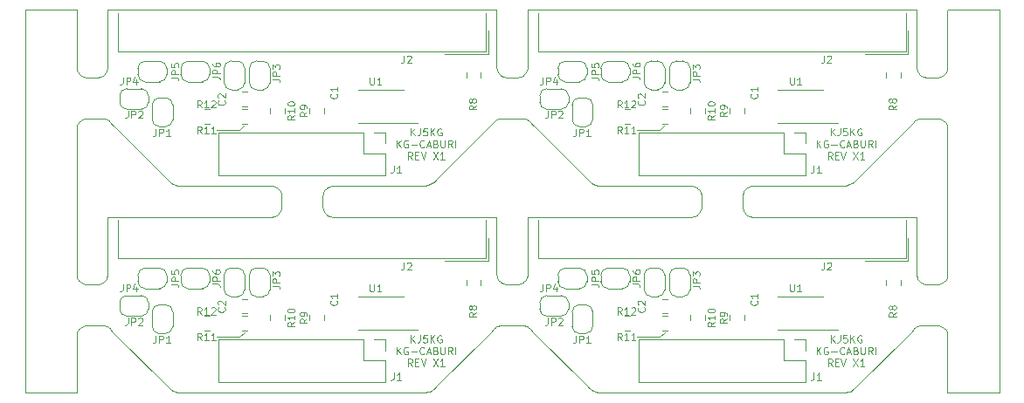
<source format=gbr>
G04 #@! TF.GenerationSoftware,KiCad,Pcbnew,5.1.5+dfsg1-2build2*
G04 #@! TF.CreationDate,2021-02-18T19:40:11-08:00*
G04 #@! TF.ProjectId,panel,70616e65-6c2e-46b6-9963-61645f706362,rev?*
G04 #@! TF.SameCoordinates,Original*
G04 #@! TF.FileFunction,Legend,Top*
G04 #@! TF.FilePolarity,Positive*
%FSLAX46Y46*%
G04 Gerber Fmt 4.6, Leading zero omitted, Abs format (unit mm)*
G04 Created by KiCad (PCBNEW 5.1.5+dfsg1-2build2) date 2021-02-18 19:40:11*
%MOMM*%
%LPD*%
G04 APERTURE LIST*
G04 #@! TA.AperFunction,Profile*
%ADD10C,0.100000*%
G04 #@! TD*
%ADD11C,0.100000*%
%ADD12C,0.120000*%
G04 APERTURE END LIST*
D10*
X46999000Y-75634600D02*
X46999000Y-61533200D01*
X47003800Y-75731900D02*
X46999000Y-75634600D01*
X47018000Y-75828000D02*
X47003800Y-75731900D01*
X47041600Y-75922200D02*
X47018000Y-75828000D01*
X47074400Y-76013700D02*
X47041600Y-75922200D01*
X47115900Y-76101500D02*
X47074400Y-76013700D01*
X47165900Y-76184900D02*
X47115900Y-76101500D01*
X47223700Y-76262900D02*
X47165900Y-76184900D01*
X47289000Y-76334900D02*
X47223700Y-76262900D01*
X47361000Y-76400100D02*
X47289000Y-76334900D01*
X47439000Y-76458000D02*
X47361000Y-76400100D01*
X47522300Y-76508000D02*
X47439000Y-76458000D01*
X47610100Y-76549500D02*
X47522300Y-76508000D01*
X47701600Y-76582200D02*
X47610100Y-76549500D01*
X47795900Y-76605800D02*
X47701600Y-76582200D01*
X47892000Y-76620100D02*
X47795900Y-76605800D01*
X47989200Y-76624900D02*
X47892000Y-76620100D01*
X49009400Y-76624900D02*
X47989200Y-76624900D01*
X49106700Y-76620100D02*
X49009400Y-76624900D01*
X49202800Y-76605800D02*
X49106700Y-76620100D01*
X49297000Y-76582200D02*
X49202800Y-76605800D01*
X49388500Y-76549500D02*
X49297000Y-76582200D01*
X49476300Y-76508000D02*
X49388500Y-76549500D01*
X49559600Y-76458000D02*
X49476300Y-76508000D01*
X49637600Y-76400200D02*
X49559600Y-76458000D01*
X49709600Y-76334900D02*
X49637600Y-76400200D01*
X49774900Y-76263000D02*
X49709600Y-76334900D01*
X49832700Y-76185000D02*
X49774900Y-76263000D01*
X49882700Y-76101600D02*
X49832700Y-76185000D01*
X49924200Y-76013800D02*
X49882700Y-76101600D01*
X49957000Y-75922400D02*
X49924200Y-76013800D01*
X49980600Y-75828100D02*
X49957000Y-75922400D01*
X49994900Y-75732000D02*
X49980600Y-75828100D01*
X49999700Y-75634800D02*
X49994900Y-75732000D01*
X50000500Y-70096500D02*
X49999700Y-75634800D01*
X50002000Y-70088500D02*
X50000500Y-70096500D01*
X50007000Y-70084000D02*
X50002000Y-70088500D01*
X50014100Y-70082900D02*
X50007000Y-70084000D01*
X65860500Y-70082900D02*
X50014100Y-70082900D01*
X65957800Y-70078100D02*
X65860500Y-70082900D01*
X66053900Y-70063900D02*
X65957800Y-70078100D01*
X66148100Y-70040300D02*
X66053900Y-70063900D01*
X66239600Y-70007500D02*
X66148100Y-70040300D01*
X66327400Y-69966000D02*
X66239600Y-70007500D01*
X66410800Y-69916000D02*
X66327400Y-69966000D01*
X66488800Y-69858200D02*
X66410800Y-69916000D01*
X66560800Y-69792900D02*
X66488800Y-69858200D01*
X66626000Y-69720900D02*
X66560800Y-69792900D01*
X66683900Y-69642900D02*
X66626000Y-69720900D01*
X66733900Y-69559600D02*
X66683900Y-69642900D01*
X66775400Y-69471800D02*
X66733900Y-69559600D01*
X66808100Y-69380300D02*
X66775400Y-69471800D01*
X66831700Y-69286000D02*
X66808100Y-69380300D01*
X66846000Y-69189900D02*
X66831700Y-69286000D01*
X66850800Y-69092700D02*
X66846000Y-69189900D01*
X66850800Y-68072900D02*
X66850800Y-69092700D01*
X66846000Y-67975700D02*
X66850800Y-68072900D01*
X66831700Y-67879600D02*
X66846000Y-67975700D01*
X66808100Y-67785300D02*
X66831700Y-67879600D01*
X66775400Y-67693900D02*
X66808100Y-67785300D01*
X66733900Y-67606100D02*
X66775400Y-67693900D01*
X66683900Y-67522700D02*
X66733900Y-67606100D01*
X66626100Y-67444700D02*
X66683900Y-67522700D01*
X66560800Y-67372700D02*
X66626100Y-67444700D01*
X66488900Y-67307500D02*
X66560800Y-67372700D01*
X66410800Y-67249600D02*
X66488900Y-67307500D01*
X66327500Y-67199600D02*
X66410800Y-67249600D01*
X66239700Y-67158100D02*
X66327500Y-67199600D01*
X66148300Y-67125400D02*
X66239700Y-67158100D01*
X66054000Y-67101700D02*
X66148300Y-67125400D01*
X65957900Y-67087500D02*
X66054000Y-67101700D01*
X65860700Y-67082700D02*
X65957900Y-67087500D01*
X57246500Y-67081300D02*
X65860700Y-67082700D01*
X57036500Y-67069600D02*
X57246500Y-67081300D01*
X57008600Y-67066400D02*
X57036500Y-67069600D01*
X56801700Y-67030900D02*
X57008600Y-67066400D01*
X56599400Y-66973000D02*
X56801700Y-67030900D01*
X56572800Y-66963700D02*
X56599400Y-66973000D01*
X56379000Y-66883000D02*
X56572800Y-66963700D01*
X56182700Y-66774600D02*
X56379000Y-66883000D01*
X55999800Y-66644900D02*
X56182700Y-66774600D01*
X55832100Y-66495400D02*
X55999800Y-66644900D01*
X50589700Y-61255700D02*
X55832100Y-66495400D01*
X50453800Y-61105900D02*
X50589700Y-61255700D01*
X50333400Y-60943900D02*
X50453800Y-61105900D01*
X50274900Y-60872100D02*
X50333400Y-60943900D01*
X50210100Y-60806300D02*
X50274900Y-60872100D01*
X50139500Y-60746800D02*
X50210100Y-60806300D01*
X50063600Y-60694200D02*
X50139500Y-60746800D01*
X49983100Y-60648800D02*
X50063600Y-60694200D01*
X49898800Y-60611100D02*
X49983100Y-60648800D01*
X49811300Y-60581500D02*
X49898800Y-60611100D01*
X49721500Y-60560200D02*
X49811300Y-60581500D01*
X49630000Y-60547300D02*
X49721500Y-60560200D01*
X49537500Y-60543000D02*
X49630000Y-60547300D01*
X47989200Y-60543000D02*
X49537500Y-60543000D01*
X47892000Y-60547700D02*
X47989200Y-60543000D01*
X47795900Y-60562000D02*
X47892000Y-60547700D01*
X47701600Y-60585600D02*
X47795900Y-60562000D01*
X47610100Y-60618300D02*
X47701600Y-60585600D01*
X47522300Y-60659900D02*
X47610100Y-60618300D01*
X47439000Y-60709800D02*
X47522300Y-60659900D01*
X47361000Y-60767700D02*
X47439000Y-60709800D01*
X47289000Y-60832900D02*
X47361000Y-60767700D01*
X47223700Y-60904900D02*
X47289000Y-60832900D01*
X47165900Y-60982900D02*
X47223700Y-60904900D01*
X47115900Y-61066300D02*
X47165900Y-60982900D01*
X47074400Y-61154100D02*
X47115900Y-61066300D01*
X47041600Y-61245600D02*
X47074400Y-61154100D01*
X47018000Y-61339800D02*
X47041600Y-61245600D01*
X47003800Y-61435900D02*
X47018000Y-61339800D01*
X46999000Y-61533200D02*
X47003800Y-61435900D01*
X87255200Y-61092200D02*
X87359300Y-60950100D01*
X87107800Y-61254900D02*
X87255200Y-61092200D01*
X81868200Y-66494500D02*
X87107800Y-61254900D01*
X81727400Y-66622400D02*
X81868200Y-66494500D01*
X81708400Y-66638100D02*
X81727400Y-66622400D01*
X81560100Y-66747600D02*
X81708400Y-66638100D01*
X81391700Y-66848500D02*
X81560100Y-66747600D01*
X81214100Y-66932500D02*
X81391700Y-66848500D01*
X81041200Y-66994600D02*
X81214100Y-66932500D01*
X81017600Y-67001800D02*
X81041200Y-66994600D01*
X80839200Y-67046200D02*
X81017600Y-67001800D01*
X80657000Y-67073500D02*
X80839200Y-67046200D01*
X80632500Y-67075900D02*
X80657000Y-67073500D01*
X80448700Y-67084800D02*
X80632500Y-67075900D01*
X71843200Y-67083600D02*
X80448700Y-67084800D01*
X71745900Y-67088400D02*
X71843200Y-67083600D01*
X71649800Y-67102600D02*
X71745900Y-67088400D01*
X71555500Y-67126200D02*
X71649800Y-67102600D01*
X71464000Y-67158900D02*
X71555500Y-67126200D01*
X71376200Y-67200500D02*
X71464000Y-67158900D01*
X71292800Y-67250400D02*
X71376200Y-67200500D01*
X71214800Y-67308300D02*
X71292800Y-67250400D01*
X71142800Y-67373500D02*
X71214800Y-67308300D01*
X71077500Y-67445500D02*
X71142800Y-67373500D01*
X71019600Y-67523500D02*
X71077500Y-67445500D01*
X70969700Y-67606900D02*
X71019600Y-67523500D01*
X70928100Y-67694700D02*
X70969700Y-67606900D01*
X70895400Y-67786200D02*
X70928100Y-67694700D01*
X70871800Y-67880400D02*
X70895400Y-67786200D01*
X70857500Y-67976600D02*
X70871800Y-67880400D01*
X70852800Y-68073800D02*
X70857500Y-67976600D01*
X70852800Y-69092700D02*
X70852800Y-68073800D01*
X70857500Y-69189900D02*
X70852800Y-69092700D01*
X70871800Y-69286000D02*
X70857500Y-69189900D01*
X70895400Y-69380300D02*
X70871800Y-69286000D01*
X70928100Y-69471800D02*
X70895400Y-69380300D01*
X70969700Y-69559600D02*
X70928100Y-69471800D01*
X71019600Y-69642900D02*
X70969700Y-69559600D01*
X71077500Y-69720900D02*
X71019600Y-69642900D01*
X71142700Y-69792900D02*
X71077500Y-69720900D01*
X71214700Y-69858200D02*
X71142700Y-69792900D01*
X71292800Y-69916000D02*
X71214700Y-69858200D01*
X71376100Y-69966000D02*
X71292800Y-69916000D01*
X71463900Y-70007500D02*
X71376100Y-69966000D01*
X71555400Y-70040300D02*
X71463900Y-70007500D01*
X71649600Y-70063900D02*
X71555400Y-70040300D01*
X71745700Y-70078100D02*
X71649600Y-70063900D01*
X71843000Y-70082900D02*
X71745700Y-70078100D01*
X87686000Y-70082900D02*
X71843000Y-70082900D01*
X87693100Y-70084000D02*
X87686000Y-70082900D01*
X87698100Y-70088500D02*
X87693100Y-70084000D01*
X87699600Y-70096500D02*
X87698100Y-70088500D01*
X87702400Y-75635100D02*
X87699600Y-70096500D01*
X87707200Y-75732400D02*
X87702400Y-75635100D01*
X87721500Y-75828400D02*
X87707200Y-75732400D01*
X87745100Y-75922600D02*
X87721500Y-75828400D01*
X87777900Y-76014100D02*
X87745100Y-75922600D01*
X87819400Y-76101800D02*
X87777900Y-76014100D01*
X87869400Y-76185100D02*
X87819400Y-76101800D01*
X87927300Y-76263100D02*
X87869400Y-76185100D01*
X87992500Y-76335100D02*
X87927300Y-76263100D01*
X88064500Y-76400300D02*
X87992500Y-76335100D01*
X88142500Y-76458100D02*
X88064500Y-76400300D01*
X88225800Y-76508000D02*
X88142500Y-76458100D01*
X88313600Y-76549500D02*
X88225800Y-76508000D01*
X88405100Y-76582300D02*
X88313600Y-76549500D01*
X88499300Y-76605800D02*
X88405100Y-76582300D01*
X88595300Y-76620100D02*
X88499300Y-76605800D01*
X88692600Y-76624900D02*
X88595300Y-76620100D01*
X89712900Y-76624900D02*
X88692600Y-76624900D01*
X89810200Y-76620100D02*
X89712900Y-76624900D01*
X89906300Y-76605800D02*
X89810200Y-76620100D01*
X90000500Y-76582200D02*
X89906300Y-76605800D01*
X90092000Y-76549500D02*
X90000500Y-76582200D01*
X90179800Y-76508000D02*
X90092000Y-76549500D01*
X90263100Y-76458000D02*
X90179800Y-76508000D01*
X90341100Y-76400200D02*
X90263100Y-76458000D01*
X90413100Y-76334900D02*
X90341100Y-76400200D01*
X90478400Y-76263000D02*
X90413100Y-76334900D01*
X90536200Y-76185000D02*
X90478400Y-76263000D01*
X90586200Y-76101600D02*
X90536200Y-76185000D01*
X90627700Y-76013800D02*
X90586200Y-76101600D01*
X90660500Y-75922400D02*
X90627700Y-76013800D01*
X90684100Y-75828100D02*
X90660500Y-75922400D01*
X90698400Y-75732000D02*
X90684100Y-75828100D01*
X90703200Y-75634800D02*
X90698400Y-75732000D01*
X90704000Y-70096500D02*
X90703200Y-75634800D01*
X90705500Y-70088500D02*
X90704000Y-70096500D01*
X90710500Y-70084000D02*
X90705500Y-70088500D01*
X90717600Y-70082900D02*
X90710500Y-70084000D01*
X106564000Y-70082900D02*
X90717600Y-70082900D01*
X106661300Y-70078100D02*
X106564000Y-70082900D01*
X106757400Y-70063900D02*
X106661300Y-70078100D01*
X106851700Y-70040300D02*
X106757400Y-70063900D01*
X106943100Y-70007500D02*
X106851700Y-70040300D01*
X107031000Y-69966000D02*
X106943100Y-70007500D01*
X107114300Y-69916000D02*
X107031000Y-69966000D01*
X107192300Y-69858200D02*
X107114300Y-69916000D01*
X107264300Y-69792900D02*
X107192300Y-69858200D01*
X107329600Y-69720900D02*
X107264300Y-69792900D01*
X107387400Y-69642900D02*
X107329600Y-69720900D01*
X107437400Y-69559600D02*
X107387400Y-69642900D01*
X107478900Y-69471800D02*
X107437400Y-69559600D01*
X107511600Y-69380300D02*
X107478900Y-69471800D01*
X107535200Y-69286000D02*
X107511600Y-69380300D01*
X107549500Y-69189900D02*
X107535200Y-69286000D01*
X107554300Y-69092700D02*
X107549500Y-69189900D01*
X107554300Y-68072900D02*
X107554300Y-69092700D01*
X107549500Y-67975700D02*
X107554300Y-68072900D01*
X107535300Y-67879600D02*
X107549500Y-67975700D01*
X107511600Y-67785300D02*
X107535300Y-67879600D01*
X107478900Y-67693900D02*
X107511600Y-67785300D01*
X107437400Y-67606100D02*
X107478900Y-67693900D01*
X107387500Y-67522700D02*
X107437400Y-67606100D01*
X107329600Y-67444700D02*
X107387500Y-67522700D01*
X107264400Y-67372700D02*
X107329600Y-67444700D01*
X107192400Y-67307500D02*
X107264400Y-67372700D01*
X107114400Y-67249600D02*
X107192400Y-67307500D01*
X107031000Y-67199600D02*
X107114400Y-67249600D01*
X106943200Y-67158100D02*
X107031000Y-67199600D01*
X106851800Y-67125400D02*
X106943200Y-67158100D01*
X106757500Y-67101700D02*
X106851800Y-67125400D01*
X106661500Y-67087500D02*
X106757500Y-67101700D01*
X106564200Y-67082700D02*
X106661500Y-67087500D01*
X97950000Y-67081300D02*
X106564200Y-67082700D01*
X97740100Y-67069600D02*
X97950000Y-67081300D01*
X97712100Y-67066400D02*
X97740100Y-67069600D01*
X97504700Y-67030700D02*
X97712100Y-67066400D01*
X97302600Y-66972900D02*
X97504700Y-67030700D01*
X97276300Y-66963700D02*
X97302600Y-66972900D01*
X97082500Y-66883000D02*
X97276300Y-66963700D01*
X96886200Y-66774600D02*
X97082500Y-66883000D01*
X96703300Y-66644900D02*
X96886200Y-66774600D01*
X96535600Y-66495400D02*
X96703300Y-66644900D01*
X91293200Y-61255700D02*
X96535600Y-66495400D01*
X91157400Y-61105900D02*
X91293200Y-61255700D01*
X91036900Y-60943900D02*
X91157400Y-61105900D01*
X90978400Y-60872100D02*
X91036900Y-60943900D01*
X90913600Y-60806300D02*
X90978400Y-60872100D01*
X90843000Y-60746800D02*
X90913600Y-60806300D01*
X90767100Y-60694200D02*
X90843000Y-60746800D01*
X90686600Y-60648800D02*
X90767100Y-60694200D01*
X90602300Y-60611100D02*
X90686600Y-60648800D01*
X90514800Y-60581500D02*
X90602300Y-60611100D01*
X90425000Y-60560200D02*
X90514800Y-60581500D01*
X90333500Y-60547300D02*
X90425000Y-60560200D01*
X90241000Y-60543000D02*
X90333500Y-60547300D01*
X88159700Y-60543000D02*
X90241000Y-60543000D01*
X88066500Y-60547300D02*
X88159700Y-60543000D01*
X87974300Y-60560400D02*
X88066500Y-60547300D01*
X87883700Y-60582200D02*
X87974300Y-60560400D01*
X87795600Y-60612300D02*
X87883700Y-60582200D01*
X87710700Y-60650500D02*
X87795600Y-60612300D01*
X87629800Y-60696600D02*
X87710700Y-60650500D01*
X87553500Y-60750100D02*
X87629800Y-60696600D01*
X87482600Y-60810500D02*
X87553500Y-60750100D01*
X87417800Y-60877300D02*
X87482600Y-60810500D01*
X87359300Y-60950100D02*
X87417800Y-60877300D01*
X127958800Y-61092200D02*
X128062800Y-60950100D01*
X127811300Y-61254900D02*
X127958800Y-61092200D01*
X122571700Y-66494500D02*
X127811300Y-61254900D01*
X122431000Y-66622400D02*
X122571700Y-66494500D01*
X122411900Y-66638100D02*
X122431000Y-66622400D01*
X122263700Y-66747600D02*
X122411900Y-66638100D01*
X122095200Y-66848500D02*
X122263700Y-66747600D01*
X121917700Y-66932500D02*
X122095200Y-66848500D01*
X121744700Y-66994600D02*
X121917700Y-66932500D01*
X121721100Y-67001800D02*
X121744700Y-66994600D01*
X121542700Y-67046200D02*
X121721100Y-67001800D01*
X121360500Y-67073500D02*
X121542700Y-67046200D01*
X121336000Y-67075900D02*
X121360500Y-67073500D01*
X121152200Y-67084800D02*
X121336000Y-67075900D01*
X112546700Y-67083600D02*
X121152200Y-67084800D01*
X112449400Y-67088400D02*
X112546700Y-67083600D01*
X112353300Y-67102600D02*
X112449400Y-67088400D01*
X112259000Y-67126200D02*
X112353300Y-67102600D01*
X112167500Y-67158900D02*
X112259000Y-67126200D01*
X112079700Y-67200500D02*
X112167500Y-67158900D01*
X111996400Y-67250400D02*
X112079700Y-67200500D01*
X111918300Y-67308300D02*
X111996400Y-67250400D01*
X111846300Y-67373500D02*
X111918300Y-67308300D01*
X111781100Y-67445500D02*
X111846300Y-67373500D01*
X111723200Y-67523500D02*
X111781100Y-67445500D01*
X111673200Y-67606900D02*
X111723200Y-67523500D01*
X111631700Y-67694700D02*
X111673200Y-67606900D01*
X111598900Y-67786200D02*
X111631700Y-67694700D01*
X111575300Y-67880400D02*
X111598900Y-67786200D01*
X111561100Y-67976600D02*
X111575300Y-67880400D01*
X111556300Y-68073800D02*
X111561100Y-67976600D01*
X111556300Y-69092700D02*
X111556300Y-68073800D01*
X111561100Y-69189900D02*
X111556300Y-69092700D01*
X111575300Y-69286000D02*
X111561100Y-69189900D01*
X111598900Y-69380300D02*
X111575300Y-69286000D01*
X111631700Y-69471800D02*
X111598900Y-69380300D01*
X111673200Y-69559600D02*
X111631700Y-69471800D01*
X111723100Y-69642900D02*
X111673200Y-69559600D01*
X111781000Y-69720900D02*
X111723100Y-69642900D01*
X111846300Y-69792900D02*
X111781000Y-69720900D01*
X111918200Y-69858200D02*
X111846300Y-69792900D01*
X111996300Y-69916000D02*
X111918200Y-69858200D01*
X112079600Y-69966000D02*
X111996300Y-69916000D01*
X112167400Y-70007500D02*
X112079600Y-69966000D01*
X112258900Y-70040300D02*
X112167400Y-70007500D01*
X112353100Y-70063900D02*
X112258900Y-70040300D01*
X112449200Y-70078100D02*
X112353100Y-70063900D01*
X112546500Y-70082900D02*
X112449200Y-70078100D01*
X128389500Y-70082900D02*
X112546500Y-70082900D01*
X128396600Y-70084000D02*
X128389500Y-70082900D01*
X128401600Y-70088500D02*
X128396600Y-70084000D01*
X128403100Y-70096500D02*
X128401600Y-70088500D01*
X128405900Y-75635100D02*
X128403100Y-70096500D01*
X128410700Y-75732400D02*
X128405900Y-75635100D01*
X128425000Y-75828400D02*
X128410700Y-75732400D01*
X128448600Y-75922600D02*
X128425000Y-75828400D01*
X128481400Y-76014100D02*
X128448600Y-75922600D01*
X128522900Y-76101800D02*
X128481400Y-76014100D01*
X128572900Y-76185100D02*
X128522900Y-76101800D01*
X128630800Y-76263100D02*
X128572900Y-76185100D01*
X128696000Y-76335100D02*
X128630800Y-76263100D01*
X128768000Y-76400300D02*
X128696000Y-76335100D01*
X128846000Y-76458100D02*
X128768000Y-76400300D01*
X128929300Y-76508000D02*
X128846000Y-76458100D01*
X129017100Y-76549500D02*
X128929300Y-76508000D01*
X129108600Y-76582300D02*
X129017100Y-76549500D01*
X129202800Y-76605800D02*
X129108600Y-76582300D01*
X129298900Y-76620100D02*
X129202800Y-76605800D01*
X129396100Y-76624900D02*
X129298900Y-76620100D01*
X130416800Y-76624900D02*
X129396100Y-76624900D01*
X130514100Y-76620100D02*
X130416800Y-76624900D01*
X130610200Y-76605800D02*
X130514100Y-76620100D01*
X130704400Y-76582200D02*
X130610200Y-76605800D01*
X130795900Y-76549500D02*
X130704400Y-76582200D01*
X130883700Y-76508000D02*
X130795900Y-76549500D01*
X130967000Y-76458000D02*
X130883700Y-76508000D01*
X131045100Y-76400100D02*
X130967000Y-76458000D01*
X131117100Y-76334900D02*
X131045100Y-76400100D01*
X131182300Y-76262900D02*
X131117100Y-76334900D01*
X131240200Y-76184900D02*
X131182300Y-76262900D01*
X131290100Y-76101500D02*
X131240200Y-76184900D01*
X131331700Y-76013700D02*
X131290100Y-76101500D01*
X131364400Y-75922200D02*
X131331700Y-76013700D01*
X131388000Y-75828000D02*
X131364400Y-75922200D01*
X131402300Y-75731900D02*
X131388000Y-75828000D01*
X131407000Y-75634600D02*
X131402300Y-75731900D01*
X131407000Y-61533200D02*
X131407000Y-75634600D01*
X131402300Y-61435900D02*
X131407000Y-61533200D01*
X131388000Y-61339800D02*
X131402300Y-61435900D01*
X131364400Y-61245600D02*
X131388000Y-61339800D01*
X131331700Y-61154100D02*
X131364400Y-61245600D01*
X131290100Y-61066300D02*
X131331700Y-61154100D01*
X131240200Y-60982900D02*
X131290100Y-61066300D01*
X131182300Y-60904900D02*
X131240200Y-60982900D01*
X131117100Y-60832900D02*
X131182300Y-60904900D01*
X131045100Y-60767700D02*
X131117100Y-60832900D01*
X130967000Y-60709800D02*
X131045100Y-60767700D01*
X130883700Y-60659900D02*
X130967000Y-60709800D01*
X130795900Y-60618300D02*
X130883700Y-60659900D01*
X130704400Y-60585600D02*
X130795900Y-60618300D01*
X130610200Y-60562000D02*
X130704400Y-60585600D01*
X130514100Y-60547700D02*
X130610200Y-60562000D01*
X130416800Y-60543000D02*
X130514100Y-60547700D01*
X128863200Y-60543000D02*
X130416800Y-60543000D01*
X128770000Y-60547300D02*
X128863200Y-60543000D01*
X128677800Y-60560400D02*
X128770000Y-60547300D01*
X128587200Y-60582200D02*
X128677800Y-60560400D01*
X128499100Y-60612300D02*
X128587200Y-60582200D01*
X128414200Y-60650500D02*
X128499100Y-60612300D01*
X128333300Y-60696600D02*
X128414200Y-60650500D01*
X128257000Y-60750100D02*
X128333300Y-60696600D01*
X128186200Y-60810500D02*
X128257000Y-60750100D01*
X128121300Y-60877300D02*
X128186200Y-60810500D01*
X128062800Y-60950100D02*
X128121300Y-60877300D01*
X46974500Y-49999000D02*
X42010200Y-49999700D01*
X46989800Y-49999800D02*
X46974500Y-49999000D01*
X46995700Y-50003000D02*
X46989800Y-49999800D01*
X46998200Y-50008200D02*
X46995700Y-50003000D01*
X46999000Y-50023500D02*
X46998200Y-50008200D01*
X46999000Y-55550700D02*
X46999000Y-50023500D01*
X47003800Y-55648000D02*
X46999000Y-55550700D01*
X47018000Y-55744100D02*
X47003800Y-55648000D01*
X47041600Y-55838300D02*
X47018000Y-55744100D01*
X47074400Y-55929800D02*
X47041600Y-55838300D01*
X47115900Y-56017600D02*
X47074400Y-55929800D01*
X47165900Y-56101000D02*
X47115900Y-56017600D01*
X47223700Y-56179000D02*
X47165900Y-56101000D01*
X47289000Y-56251000D02*
X47223700Y-56179000D01*
X47361000Y-56316200D02*
X47289000Y-56251000D01*
X47439000Y-56374100D02*
X47361000Y-56316200D01*
X47522300Y-56424000D02*
X47439000Y-56374100D01*
X47610100Y-56465600D02*
X47522300Y-56424000D01*
X47701600Y-56498300D02*
X47610100Y-56465600D01*
X47795900Y-56521900D02*
X47701600Y-56498300D01*
X47892000Y-56536200D02*
X47795900Y-56521900D01*
X47989200Y-56541000D02*
X47892000Y-56536200D01*
X49009400Y-56541000D02*
X47989200Y-56541000D01*
X49106700Y-56536200D02*
X49009400Y-56541000D01*
X49202800Y-56521900D02*
X49106700Y-56536200D01*
X49297000Y-56498300D02*
X49202800Y-56521900D01*
X49388500Y-56465600D02*
X49297000Y-56498300D01*
X49476300Y-56424100D02*
X49388500Y-56465600D01*
X49559600Y-56374100D02*
X49476300Y-56424100D01*
X49637600Y-56316300D02*
X49559600Y-56374100D01*
X49709600Y-56251000D02*
X49637600Y-56316300D01*
X49774900Y-56179100D02*
X49709600Y-56251000D01*
X49832700Y-56101000D02*
X49774900Y-56179100D01*
X49882700Y-56017700D02*
X49832700Y-56101000D01*
X49924200Y-55929900D02*
X49882700Y-56017700D01*
X49957000Y-55838500D02*
X49924200Y-55929900D01*
X49980600Y-55744200D02*
X49957000Y-55838500D01*
X49994900Y-55648100D02*
X49980600Y-55744200D01*
X49999700Y-55550900D02*
X49994900Y-55648100D01*
X50000500Y-50012600D02*
X49999700Y-55550900D01*
X50001300Y-50006400D02*
X50000500Y-50012600D01*
X50003800Y-50002300D02*
X50001300Y-50006400D01*
X50007900Y-49999800D02*
X50003800Y-50002300D01*
X50013200Y-49999000D02*
X50007900Y-49999800D01*
X87691200Y-49999500D02*
X50013200Y-49999000D01*
X87697600Y-50003800D02*
X87691200Y-49999500D01*
X87699600Y-50012600D02*
X87697600Y-50003800D01*
X87702400Y-55551200D02*
X87699600Y-50012600D01*
X87707200Y-55648400D02*
X87702400Y-55551200D01*
X87721500Y-55744500D02*
X87707200Y-55648400D01*
X87745100Y-55838700D02*
X87721500Y-55744500D01*
X87777900Y-55930100D02*
X87745100Y-55838700D01*
X87819400Y-56017900D02*
X87777900Y-55930100D01*
X87869400Y-56101200D02*
X87819400Y-56017900D01*
X87927300Y-56179200D02*
X87869400Y-56101200D01*
X87992500Y-56251200D02*
X87927300Y-56179200D01*
X88064500Y-56316400D02*
X87992500Y-56251200D01*
X88142500Y-56374200D02*
X88064500Y-56316400D01*
X88225800Y-56424100D02*
X88142500Y-56374200D01*
X88313600Y-56465600D02*
X88225800Y-56424100D01*
X88405100Y-56498300D02*
X88313600Y-56465600D01*
X88499300Y-56521900D02*
X88405100Y-56498300D01*
X88595300Y-56536200D02*
X88499300Y-56521900D01*
X88692600Y-56541000D02*
X88595300Y-56536200D01*
X89712900Y-56541000D02*
X88692600Y-56541000D01*
X89810200Y-56536200D02*
X89712900Y-56541000D01*
X89906300Y-56521900D02*
X89810200Y-56536200D01*
X90000500Y-56498300D02*
X89906300Y-56521900D01*
X90092000Y-56465600D02*
X90000500Y-56498300D01*
X90179800Y-56424100D02*
X90092000Y-56465600D01*
X90263100Y-56374100D02*
X90179800Y-56424100D01*
X90341100Y-56316300D02*
X90263100Y-56374100D01*
X90413100Y-56251000D02*
X90341100Y-56316300D01*
X90478400Y-56179100D02*
X90413100Y-56251000D01*
X90536200Y-56101000D02*
X90478400Y-56179100D01*
X90586200Y-56017700D02*
X90536200Y-56101000D01*
X90627700Y-55929900D02*
X90586200Y-56017700D01*
X90660500Y-55838500D02*
X90627700Y-55929900D01*
X90684100Y-55744200D02*
X90660500Y-55838500D01*
X90698400Y-55648100D02*
X90684100Y-55744200D01*
X90703200Y-55550900D02*
X90698400Y-55648100D01*
X90704000Y-50012600D02*
X90703200Y-55550900D01*
X90706000Y-50003800D02*
X90704000Y-50012600D01*
X90713300Y-49999400D02*
X90706000Y-50003800D01*
X128394700Y-49999500D02*
X90713300Y-49999400D01*
X128401100Y-50003800D02*
X128394700Y-49999500D01*
X128403100Y-50012600D02*
X128401100Y-50003800D01*
X128405900Y-55551200D02*
X128403100Y-50012600D01*
X128410700Y-55648500D02*
X128405900Y-55551200D01*
X128425000Y-55744500D02*
X128410700Y-55648500D01*
X128448600Y-55838700D02*
X128425000Y-55744500D01*
X128481400Y-55930100D02*
X128448600Y-55838700D01*
X128522900Y-56017900D02*
X128481400Y-55930100D01*
X128572900Y-56101200D02*
X128522900Y-56017900D01*
X128630800Y-56179200D02*
X128572900Y-56101200D01*
X128696000Y-56251200D02*
X128630800Y-56179200D01*
X128768000Y-56316400D02*
X128696000Y-56251200D01*
X128846000Y-56374200D02*
X128768000Y-56316400D01*
X128929300Y-56424100D02*
X128846000Y-56374200D01*
X129017100Y-56465600D02*
X128929300Y-56424100D01*
X129108600Y-56498300D02*
X129017100Y-56465600D01*
X129202800Y-56521900D02*
X129108600Y-56498300D01*
X129298900Y-56536200D02*
X129202800Y-56521900D01*
X129396100Y-56541000D02*
X129298900Y-56536200D01*
X130416800Y-56541000D02*
X129396100Y-56541000D01*
X130514100Y-56536200D02*
X130416800Y-56541000D01*
X130610200Y-56521900D02*
X130514100Y-56536200D01*
X130704400Y-56498300D02*
X130610200Y-56521900D01*
X130795900Y-56465600D02*
X130704400Y-56498300D01*
X130883700Y-56424000D02*
X130795900Y-56465600D01*
X130967000Y-56374100D02*
X130883700Y-56424000D01*
X131045100Y-56316200D02*
X130967000Y-56374100D01*
X131117100Y-56251000D02*
X131045100Y-56316200D01*
X131182300Y-56179000D02*
X131117100Y-56251000D01*
X131240200Y-56101000D02*
X131182300Y-56179000D01*
X131290100Y-56017600D02*
X131240200Y-56101000D01*
X131331700Y-55929800D02*
X131290100Y-56017600D01*
X131364400Y-55838300D02*
X131331700Y-55929800D01*
X131388000Y-55744100D02*
X131364400Y-55838300D01*
X131402300Y-55648000D02*
X131388000Y-55744100D01*
X131407000Y-55550700D02*
X131402300Y-55648000D01*
X131407000Y-50023500D02*
X131407000Y-55550700D01*
X131407800Y-50008200D02*
X131407000Y-50023500D01*
X131411000Y-50002300D02*
X131407800Y-50008200D01*
X131416300Y-49999800D02*
X131411000Y-50002300D01*
X131431600Y-49999000D02*
X131416300Y-49999800D01*
X136383500Y-49999000D02*
X131431600Y-49999000D01*
X136400700Y-50000300D02*
X136383500Y-49999000D01*
X136406800Y-50006300D02*
X136400700Y-50000300D01*
X136408000Y-50023500D02*
X136406800Y-50006300D01*
X136408000Y-87144300D02*
X136408000Y-50023500D01*
X136406800Y-87161500D02*
X136408000Y-87144300D01*
X136400700Y-87167500D02*
X136406800Y-87161500D01*
X136383500Y-87168800D02*
X136400700Y-87167500D01*
X131431600Y-87168800D02*
X136383500Y-87168800D01*
X131416300Y-87168000D02*
X131431600Y-87168800D01*
X131410300Y-87164800D02*
X131416300Y-87168000D01*
X131407800Y-87159600D02*
X131410300Y-87164800D01*
X131407000Y-87144300D02*
X131407800Y-87159600D01*
X131407000Y-81617100D02*
X131407000Y-87144300D01*
X131402300Y-81519800D02*
X131407000Y-81617100D01*
X131388000Y-81423700D02*
X131402300Y-81519800D01*
X131364400Y-81329500D02*
X131388000Y-81423700D01*
X131331700Y-81238000D02*
X131364400Y-81329500D01*
X131290100Y-81150200D02*
X131331700Y-81238000D01*
X131240200Y-81066900D02*
X131290100Y-81150200D01*
X131182300Y-80988800D02*
X131240200Y-81066900D01*
X131117100Y-80916800D02*
X131182300Y-80988800D01*
X131045100Y-80851600D02*
X131117100Y-80916800D01*
X130967000Y-80793700D02*
X131045100Y-80851600D01*
X130883700Y-80743800D02*
X130967000Y-80793700D01*
X130795900Y-80702200D02*
X130883700Y-80743800D01*
X130704400Y-80669500D02*
X130795900Y-80702200D01*
X130610200Y-80645900D02*
X130704400Y-80669500D01*
X130514100Y-80631600D02*
X130610200Y-80645900D01*
X130416800Y-80626900D02*
X130514100Y-80631600D01*
X128863200Y-80626900D02*
X130416800Y-80626900D01*
X128770000Y-80631300D02*
X128863200Y-80626900D01*
X128677800Y-80644400D02*
X128770000Y-80631300D01*
X128587200Y-80666100D02*
X128677800Y-80644400D01*
X128499100Y-80696200D02*
X128587200Y-80666100D01*
X128414200Y-80734400D02*
X128499100Y-80696200D01*
X128333300Y-80780500D02*
X128414200Y-80734400D01*
X128257000Y-80834000D02*
X128333300Y-80780500D01*
X128186200Y-80894400D02*
X128257000Y-80834000D01*
X128121300Y-80961200D02*
X128186200Y-80894400D01*
X128062800Y-81034000D02*
X128121300Y-80961200D01*
X127958800Y-81176100D02*
X128062800Y-81034000D01*
X127811300Y-81338800D02*
X127958800Y-81176100D01*
X122571700Y-86578400D02*
X127811300Y-81338800D01*
X122431000Y-86706300D02*
X122571700Y-86578400D01*
X122411900Y-86722000D02*
X122431000Y-86706300D01*
X122274000Y-86824300D02*
X122411900Y-86722000D01*
X122253500Y-86838000D02*
X122274000Y-86824300D01*
X122095200Y-86932400D02*
X122253500Y-86838000D01*
X121929200Y-87011300D02*
X122095200Y-86932400D01*
X121906400Y-87020700D02*
X121929200Y-87011300D01*
X121732800Y-87082500D02*
X121906400Y-87020700D01*
X121542300Y-87130200D02*
X121732800Y-87082500D01*
X121348000Y-87158900D02*
X121542300Y-87130200D01*
X121146000Y-87168800D02*
X121348000Y-87158900D01*
X97956900Y-87165300D02*
X121146000Y-87168800D01*
X97726300Y-87152300D02*
X97956900Y-87165300D01*
X97518500Y-87117400D02*
X97726300Y-87152300D01*
X97491300Y-87111200D02*
X97518500Y-87117400D01*
X97289200Y-87052500D02*
X97491300Y-87111200D01*
X97095200Y-86972600D02*
X97289200Y-87052500D01*
X97069800Y-86960400D02*
X97095200Y-86972600D01*
X96886200Y-86858500D02*
X97069800Y-86960400D01*
X96714400Y-86737100D02*
X96886200Y-86858500D01*
X96692400Y-86719600D02*
X96714400Y-86737100D01*
X96535800Y-86579500D02*
X96692400Y-86719600D01*
X91293200Y-81339600D02*
X96535800Y-86579500D01*
X91157400Y-81189800D02*
X91293200Y-81339600D01*
X91036900Y-81027800D02*
X91157400Y-81189800D01*
X90978400Y-80956000D02*
X91036900Y-81027800D01*
X90913600Y-80890200D02*
X90978400Y-80956000D01*
X90843000Y-80830700D02*
X90913600Y-80890200D01*
X90767100Y-80778100D02*
X90843000Y-80830700D01*
X90686600Y-80732700D02*
X90767100Y-80778100D01*
X90602300Y-80695100D02*
X90686600Y-80732700D01*
X90514800Y-80665400D02*
X90602300Y-80695100D01*
X90425000Y-80644100D02*
X90514800Y-80665400D01*
X90333500Y-80631200D02*
X90425000Y-80644100D01*
X90241000Y-80626900D02*
X90333500Y-80631200D01*
X88159700Y-80626900D02*
X90241000Y-80626900D01*
X88066500Y-80631300D02*
X88159700Y-80626900D01*
X87974300Y-80644400D02*
X88066500Y-80631300D01*
X87883700Y-80666100D02*
X87974300Y-80644400D01*
X87795600Y-80696200D02*
X87883700Y-80666100D01*
X87710700Y-80734400D02*
X87795600Y-80696200D01*
X87629800Y-80780500D02*
X87710700Y-80734400D01*
X87553500Y-80834000D02*
X87629800Y-80780500D01*
X87482600Y-80894400D02*
X87553500Y-80834000D01*
X87417800Y-80961200D02*
X87482600Y-80894400D01*
X87359300Y-81034000D02*
X87417800Y-80961200D01*
X87255200Y-81176100D02*
X87359300Y-81034000D01*
X87107800Y-81338800D02*
X87255200Y-81176100D01*
X81868200Y-86578400D02*
X87107800Y-81338800D01*
X81718300Y-86714300D02*
X81868200Y-86578400D01*
X81560500Y-86831200D02*
X81718300Y-86714300D01*
X81392100Y-86932200D02*
X81560500Y-86831200D01*
X81214600Y-87016200D02*
X81392100Y-86932200D01*
X81041200Y-87078500D02*
X81214600Y-87016200D01*
X81017600Y-87085700D02*
X81041200Y-87078500D01*
X80851000Y-87127400D02*
X81017600Y-87085700D01*
X80826900Y-87132200D02*
X80851000Y-87127400D01*
X80644500Y-87158900D02*
X80826900Y-87132200D01*
X80442500Y-87168800D02*
X80644500Y-87158900D01*
X57253400Y-87165300D02*
X80442500Y-87168800D01*
X57022800Y-87152300D02*
X57253400Y-87165300D01*
X56801700Y-87114800D02*
X57022800Y-87152300D01*
X56585700Y-87052500D02*
X56801700Y-87114800D01*
X56391600Y-86972600D02*
X56585700Y-87052500D01*
X56366300Y-86960400D02*
X56391600Y-86972600D01*
X56182700Y-86858500D02*
X56366300Y-86960400D01*
X56010900Y-86737100D02*
X56182700Y-86858500D01*
X55988900Y-86719600D02*
X56010900Y-86737100D01*
X55832300Y-86579500D02*
X55988900Y-86719600D01*
X50589800Y-81339700D02*
X55832300Y-86579500D01*
X50453500Y-81189400D02*
X50589800Y-81339700D01*
X50338400Y-81034800D02*
X50453500Y-81189400D01*
X50288900Y-80972000D02*
X50338400Y-81034800D01*
X50223800Y-80903100D02*
X50288900Y-80972000D01*
X50152500Y-80840800D02*
X50223800Y-80903100D01*
X50075500Y-80785700D02*
X50152500Y-80840800D01*
X49993600Y-80738100D02*
X50075500Y-80785700D01*
X49907500Y-80698500D02*
X49993600Y-80738100D01*
X49818100Y-80667400D02*
X49907500Y-80698500D01*
X49726100Y-80645000D02*
X49818100Y-80667400D01*
X49632400Y-80631400D02*
X49726100Y-80645000D01*
X49537500Y-80626900D02*
X49632400Y-80631400D01*
X47989200Y-80626900D02*
X49537500Y-80626900D01*
X47892000Y-80631600D02*
X47989200Y-80626900D01*
X47795900Y-80645900D02*
X47892000Y-80631600D01*
X47701600Y-80669500D02*
X47795900Y-80645900D01*
X47610100Y-80702200D02*
X47701600Y-80669500D01*
X47522300Y-80743800D02*
X47610100Y-80702200D01*
X47439000Y-80793700D02*
X47522300Y-80743800D01*
X47361000Y-80851600D02*
X47439000Y-80793700D01*
X47289000Y-80916800D02*
X47361000Y-80851600D01*
X47223700Y-80988800D02*
X47289000Y-80916800D01*
X47165900Y-81066900D02*
X47223700Y-80988800D01*
X47115900Y-81150200D02*
X47165900Y-81066900D01*
X47074400Y-81238000D02*
X47115900Y-81150200D01*
X47041600Y-81329500D02*
X47074400Y-81238000D01*
X47018000Y-81423700D02*
X47041600Y-81329500D01*
X47003800Y-81519800D02*
X47018000Y-81423700D01*
X46999000Y-81617100D02*
X47003800Y-81519800D01*
X46999000Y-87144300D02*
X46999000Y-81617100D01*
X46998200Y-87159600D02*
X46999000Y-87144300D01*
X46995700Y-87164800D02*
X46998200Y-87159600D01*
X46989800Y-87168000D02*
X46995700Y-87164800D01*
X46974500Y-87168800D02*
X46989800Y-87168000D01*
X42024500Y-87168800D02*
X46974500Y-87168800D01*
X42007300Y-87167500D02*
X42024500Y-87168800D01*
X42001300Y-87161500D02*
X42007300Y-87167500D01*
X42000000Y-87144300D02*
X42001300Y-87161500D01*
X42000000Y-50023500D02*
X42000000Y-87144300D01*
X42001600Y-50005400D02*
X42000000Y-50023500D01*
X42004700Y-50001600D02*
X42001600Y-50005400D01*
X42010200Y-49999700D02*
X42004700Y-50001600D01*
D11*
X120094788Y-82274577D02*
X120094788Y-81574577D01*
X120494788Y-82274577D02*
X120194788Y-81874577D01*
X120494788Y-81574577D02*
X120094788Y-81974577D01*
X120994788Y-81574577D02*
X120994788Y-82074577D01*
X120961455Y-82174577D01*
X120894788Y-82241244D01*
X120794788Y-82274577D01*
X120728122Y-82274577D01*
X121661455Y-81574577D02*
X121328122Y-81574577D01*
X121294788Y-81907911D01*
X121328122Y-81874577D01*
X121394788Y-81841244D01*
X121561455Y-81841244D01*
X121628122Y-81874577D01*
X121661455Y-81907911D01*
X121694788Y-81974577D01*
X121694788Y-82141244D01*
X121661455Y-82207911D01*
X121628122Y-82241244D01*
X121561455Y-82274577D01*
X121394788Y-82274577D01*
X121328122Y-82241244D01*
X121294788Y-82207911D01*
X121994788Y-82274577D02*
X121994788Y-81574577D01*
X122394788Y-82274577D02*
X122094788Y-81874577D01*
X122394788Y-81574577D02*
X121994788Y-81974577D01*
X123061455Y-81607911D02*
X122994788Y-81574577D01*
X122894788Y-81574577D01*
X122794788Y-81607911D01*
X122728122Y-81674577D01*
X122694788Y-81741244D01*
X122661455Y-81874577D01*
X122661455Y-81974577D01*
X122694788Y-82107911D01*
X122728122Y-82174577D01*
X122794788Y-82241244D01*
X122894788Y-82274577D01*
X122961455Y-82274577D01*
X123061455Y-82241244D01*
X123094788Y-82207911D01*
X123094788Y-81974577D01*
X122961455Y-81974577D01*
X118728122Y-83424577D02*
X118728122Y-82724577D01*
X119128122Y-83424577D02*
X118828122Y-83024577D01*
X119128122Y-82724577D02*
X118728122Y-83124577D01*
X119794788Y-82757911D02*
X119728122Y-82724577D01*
X119628122Y-82724577D01*
X119528122Y-82757911D01*
X119461455Y-82824577D01*
X119428122Y-82891244D01*
X119394788Y-83024577D01*
X119394788Y-83124577D01*
X119428122Y-83257911D01*
X119461455Y-83324577D01*
X119528122Y-83391244D01*
X119628122Y-83424577D01*
X119694788Y-83424577D01*
X119794788Y-83391244D01*
X119828122Y-83357911D01*
X119828122Y-83124577D01*
X119694788Y-83124577D01*
X120128122Y-83157911D02*
X120661455Y-83157911D01*
X121394788Y-83357911D02*
X121361455Y-83391244D01*
X121261455Y-83424577D01*
X121194788Y-83424577D01*
X121094788Y-83391244D01*
X121028122Y-83324577D01*
X120994788Y-83257911D01*
X120961455Y-83124577D01*
X120961455Y-83024577D01*
X120994788Y-82891244D01*
X121028122Y-82824577D01*
X121094788Y-82757911D01*
X121194788Y-82724577D01*
X121261455Y-82724577D01*
X121361455Y-82757911D01*
X121394788Y-82791244D01*
X121661455Y-83224577D02*
X121994788Y-83224577D01*
X121594788Y-83424577D02*
X121828122Y-82724577D01*
X122061455Y-83424577D01*
X122528122Y-83057911D02*
X122628122Y-83091244D01*
X122661455Y-83124577D01*
X122694788Y-83191244D01*
X122694788Y-83291244D01*
X122661455Y-83357911D01*
X122628122Y-83391244D01*
X122561455Y-83424577D01*
X122294788Y-83424577D01*
X122294788Y-82724577D01*
X122528122Y-82724577D01*
X122594788Y-82757911D01*
X122628122Y-82791244D01*
X122661455Y-82857911D01*
X122661455Y-82924577D01*
X122628122Y-82991244D01*
X122594788Y-83024577D01*
X122528122Y-83057911D01*
X122294788Y-83057911D01*
X122994788Y-82724577D02*
X122994788Y-83291244D01*
X123028122Y-83357911D01*
X123061455Y-83391244D01*
X123128122Y-83424577D01*
X123261455Y-83424577D01*
X123328122Y-83391244D01*
X123361455Y-83357911D01*
X123394788Y-83291244D01*
X123394788Y-82724577D01*
X124128122Y-83424577D02*
X123894788Y-83091244D01*
X123728122Y-83424577D02*
X123728122Y-82724577D01*
X123994788Y-82724577D01*
X124061455Y-82757911D01*
X124094788Y-82791244D01*
X124128122Y-82857911D01*
X124128122Y-82957911D01*
X124094788Y-83024577D01*
X124061455Y-83057911D01*
X123994788Y-83091244D01*
X123728122Y-83091244D01*
X124428122Y-83424577D02*
X124428122Y-82724577D01*
X120244788Y-84574577D02*
X120011455Y-84241244D01*
X119844788Y-84574577D02*
X119844788Y-83874577D01*
X120111455Y-83874577D01*
X120178122Y-83907911D01*
X120211455Y-83941244D01*
X120244788Y-84007911D01*
X120244788Y-84107911D01*
X120211455Y-84174577D01*
X120178122Y-84207911D01*
X120111455Y-84241244D01*
X119844788Y-84241244D01*
X120544788Y-84207911D02*
X120778122Y-84207911D01*
X120878122Y-84574577D02*
X120544788Y-84574577D01*
X120544788Y-83874577D01*
X120878122Y-83874577D01*
X121078122Y-83874577D02*
X121311455Y-84574577D01*
X121544788Y-83874577D01*
X122244788Y-83874577D02*
X122711455Y-84574577D01*
X122711455Y-83874577D02*
X122244788Y-84574577D01*
X123344788Y-84574577D02*
X122944788Y-84574577D01*
X123144788Y-84574577D02*
X123144788Y-83874577D01*
X123078122Y-83974577D01*
X123011455Y-84041244D01*
X122944788Y-84074577D01*
D12*
X101278122Y-81757911D02*
X103528122Y-81757911D01*
X103528122Y-81757911D02*
X104028122Y-81257911D01*
D11*
X79391267Y-82274577D02*
X79391267Y-81574577D01*
X79791267Y-82274577D02*
X79491267Y-81874577D01*
X79791267Y-81574577D02*
X79391267Y-81974577D01*
X80291267Y-81574577D02*
X80291267Y-82074577D01*
X80257934Y-82174577D01*
X80191267Y-82241244D01*
X80091267Y-82274577D01*
X80024601Y-82274577D01*
X80957934Y-81574577D02*
X80624601Y-81574577D01*
X80591267Y-81907911D01*
X80624601Y-81874577D01*
X80691267Y-81841244D01*
X80857934Y-81841244D01*
X80924601Y-81874577D01*
X80957934Y-81907911D01*
X80991267Y-81974577D01*
X80991267Y-82141244D01*
X80957934Y-82207911D01*
X80924601Y-82241244D01*
X80857934Y-82274577D01*
X80691267Y-82274577D01*
X80624601Y-82241244D01*
X80591267Y-82207911D01*
X81291267Y-82274577D02*
X81291267Y-81574577D01*
X81691267Y-82274577D02*
X81391267Y-81874577D01*
X81691267Y-81574577D02*
X81291267Y-81974577D01*
X82357934Y-81607911D02*
X82291267Y-81574577D01*
X82191267Y-81574577D01*
X82091267Y-81607911D01*
X82024601Y-81674577D01*
X81991267Y-81741244D01*
X81957934Y-81874577D01*
X81957934Y-81974577D01*
X81991267Y-82107911D01*
X82024601Y-82174577D01*
X82091267Y-82241244D01*
X82191267Y-82274577D01*
X82257934Y-82274577D01*
X82357934Y-82241244D01*
X82391267Y-82207911D01*
X82391267Y-81974577D01*
X82257934Y-81974577D01*
X78024601Y-83424577D02*
X78024601Y-82724577D01*
X78424601Y-83424577D02*
X78124601Y-83024577D01*
X78424601Y-82724577D02*
X78024601Y-83124577D01*
X79091267Y-82757911D02*
X79024601Y-82724577D01*
X78924601Y-82724577D01*
X78824601Y-82757911D01*
X78757934Y-82824577D01*
X78724601Y-82891244D01*
X78691267Y-83024577D01*
X78691267Y-83124577D01*
X78724601Y-83257911D01*
X78757934Y-83324577D01*
X78824601Y-83391244D01*
X78924601Y-83424577D01*
X78991267Y-83424577D01*
X79091267Y-83391244D01*
X79124601Y-83357911D01*
X79124601Y-83124577D01*
X78991267Y-83124577D01*
X79424601Y-83157911D02*
X79957934Y-83157911D01*
X80691267Y-83357911D02*
X80657934Y-83391244D01*
X80557934Y-83424577D01*
X80491267Y-83424577D01*
X80391267Y-83391244D01*
X80324601Y-83324577D01*
X80291267Y-83257911D01*
X80257934Y-83124577D01*
X80257934Y-83024577D01*
X80291267Y-82891244D01*
X80324601Y-82824577D01*
X80391267Y-82757911D01*
X80491267Y-82724577D01*
X80557934Y-82724577D01*
X80657934Y-82757911D01*
X80691267Y-82791244D01*
X80957934Y-83224577D02*
X81291267Y-83224577D01*
X80891267Y-83424577D02*
X81124601Y-82724577D01*
X81357934Y-83424577D01*
X81824601Y-83057911D02*
X81924601Y-83091244D01*
X81957934Y-83124577D01*
X81991267Y-83191244D01*
X81991267Y-83291244D01*
X81957934Y-83357911D01*
X81924601Y-83391244D01*
X81857934Y-83424577D01*
X81591267Y-83424577D01*
X81591267Y-82724577D01*
X81824601Y-82724577D01*
X81891267Y-82757911D01*
X81924601Y-82791244D01*
X81957934Y-82857911D01*
X81957934Y-82924577D01*
X81924601Y-82991244D01*
X81891267Y-83024577D01*
X81824601Y-83057911D01*
X81591267Y-83057911D01*
X82291267Y-82724577D02*
X82291267Y-83291244D01*
X82324601Y-83357911D01*
X82357934Y-83391244D01*
X82424601Y-83424577D01*
X82557934Y-83424577D01*
X82624601Y-83391244D01*
X82657934Y-83357911D01*
X82691267Y-83291244D01*
X82691267Y-82724577D01*
X83424601Y-83424577D02*
X83191267Y-83091244D01*
X83024601Y-83424577D02*
X83024601Y-82724577D01*
X83291267Y-82724577D01*
X83357934Y-82757911D01*
X83391267Y-82791244D01*
X83424601Y-82857911D01*
X83424601Y-82957911D01*
X83391267Y-83024577D01*
X83357934Y-83057911D01*
X83291267Y-83091244D01*
X83024601Y-83091244D01*
X83724601Y-83424577D02*
X83724601Y-82724577D01*
X79541267Y-84574577D02*
X79307934Y-84241244D01*
X79141267Y-84574577D02*
X79141267Y-83874577D01*
X79407934Y-83874577D01*
X79474601Y-83907911D01*
X79507934Y-83941244D01*
X79541267Y-84007911D01*
X79541267Y-84107911D01*
X79507934Y-84174577D01*
X79474601Y-84207911D01*
X79407934Y-84241244D01*
X79141267Y-84241244D01*
X79841267Y-84207911D02*
X80074601Y-84207911D01*
X80174601Y-84574577D02*
X79841267Y-84574577D01*
X79841267Y-83874577D01*
X80174601Y-83874577D01*
X80374601Y-83874577D02*
X80607934Y-84574577D01*
X80841267Y-83874577D01*
X81541267Y-83874577D02*
X82007934Y-84574577D01*
X82007934Y-83874577D02*
X81541267Y-84574577D01*
X82641267Y-84574577D02*
X82241267Y-84574577D01*
X82441267Y-84574577D02*
X82441267Y-83874577D01*
X82374601Y-83974577D01*
X82307934Y-84041244D01*
X82241267Y-84074577D01*
D12*
X60574601Y-81757911D02*
X62824601Y-81757911D01*
X62824601Y-81757911D02*
X63324601Y-81257911D01*
D11*
X120094788Y-62190667D02*
X120094788Y-61490667D01*
X120494788Y-62190667D02*
X120194788Y-61790667D01*
X120494788Y-61490667D02*
X120094788Y-61890667D01*
X120994788Y-61490667D02*
X120994788Y-61990667D01*
X120961455Y-62090667D01*
X120894788Y-62157334D01*
X120794788Y-62190667D01*
X120728122Y-62190667D01*
X121661455Y-61490667D02*
X121328122Y-61490667D01*
X121294788Y-61824001D01*
X121328122Y-61790667D01*
X121394788Y-61757334D01*
X121561455Y-61757334D01*
X121628122Y-61790667D01*
X121661455Y-61824001D01*
X121694788Y-61890667D01*
X121694788Y-62057334D01*
X121661455Y-62124001D01*
X121628122Y-62157334D01*
X121561455Y-62190667D01*
X121394788Y-62190667D01*
X121328122Y-62157334D01*
X121294788Y-62124001D01*
X121994788Y-62190667D02*
X121994788Y-61490667D01*
X122394788Y-62190667D02*
X122094788Y-61790667D01*
X122394788Y-61490667D02*
X121994788Y-61890667D01*
X123061455Y-61524001D02*
X122994788Y-61490667D01*
X122894788Y-61490667D01*
X122794788Y-61524001D01*
X122728122Y-61590667D01*
X122694788Y-61657334D01*
X122661455Y-61790667D01*
X122661455Y-61890667D01*
X122694788Y-62024001D01*
X122728122Y-62090667D01*
X122794788Y-62157334D01*
X122894788Y-62190667D01*
X122961455Y-62190667D01*
X123061455Y-62157334D01*
X123094788Y-62124001D01*
X123094788Y-61890667D01*
X122961455Y-61890667D01*
X118728122Y-63340667D02*
X118728122Y-62640667D01*
X119128122Y-63340667D02*
X118828122Y-62940667D01*
X119128122Y-62640667D02*
X118728122Y-63040667D01*
X119794788Y-62674001D02*
X119728122Y-62640667D01*
X119628122Y-62640667D01*
X119528122Y-62674001D01*
X119461455Y-62740667D01*
X119428122Y-62807334D01*
X119394788Y-62940667D01*
X119394788Y-63040667D01*
X119428122Y-63174001D01*
X119461455Y-63240667D01*
X119528122Y-63307334D01*
X119628122Y-63340667D01*
X119694788Y-63340667D01*
X119794788Y-63307334D01*
X119828122Y-63274001D01*
X119828122Y-63040667D01*
X119694788Y-63040667D01*
X120128122Y-63074001D02*
X120661455Y-63074001D01*
X121394788Y-63274001D02*
X121361455Y-63307334D01*
X121261455Y-63340667D01*
X121194788Y-63340667D01*
X121094788Y-63307334D01*
X121028122Y-63240667D01*
X120994788Y-63174001D01*
X120961455Y-63040667D01*
X120961455Y-62940667D01*
X120994788Y-62807334D01*
X121028122Y-62740667D01*
X121094788Y-62674001D01*
X121194788Y-62640667D01*
X121261455Y-62640667D01*
X121361455Y-62674001D01*
X121394788Y-62707334D01*
X121661455Y-63140667D02*
X121994788Y-63140667D01*
X121594788Y-63340667D02*
X121828122Y-62640667D01*
X122061455Y-63340667D01*
X122528122Y-62974001D02*
X122628122Y-63007334D01*
X122661455Y-63040667D01*
X122694788Y-63107334D01*
X122694788Y-63207334D01*
X122661455Y-63274001D01*
X122628122Y-63307334D01*
X122561455Y-63340667D01*
X122294788Y-63340667D01*
X122294788Y-62640667D01*
X122528122Y-62640667D01*
X122594788Y-62674001D01*
X122628122Y-62707334D01*
X122661455Y-62774001D01*
X122661455Y-62840667D01*
X122628122Y-62907334D01*
X122594788Y-62940667D01*
X122528122Y-62974001D01*
X122294788Y-62974001D01*
X122994788Y-62640667D02*
X122994788Y-63207334D01*
X123028122Y-63274001D01*
X123061455Y-63307334D01*
X123128122Y-63340667D01*
X123261455Y-63340667D01*
X123328122Y-63307334D01*
X123361455Y-63274001D01*
X123394788Y-63207334D01*
X123394788Y-62640667D01*
X124128122Y-63340667D02*
X123894788Y-63007334D01*
X123728122Y-63340667D02*
X123728122Y-62640667D01*
X123994788Y-62640667D01*
X124061455Y-62674001D01*
X124094788Y-62707334D01*
X124128122Y-62774001D01*
X124128122Y-62874001D01*
X124094788Y-62940667D01*
X124061455Y-62974001D01*
X123994788Y-63007334D01*
X123728122Y-63007334D01*
X124428122Y-63340667D02*
X124428122Y-62640667D01*
X120244788Y-64490667D02*
X120011455Y-64157334D01*
X119844788Y-64490667D02*
X119844788Y-63790667D01*
X120111455Y-63790667D01*
X120178122Y-63824001D01*
X120211455Y-63857334D01*
X120244788Y-63924001D01*
X120244788Y-64024001D01*
X120211455Y-64090667D01*
X120178122Y-64124001D01*
X120111455Y-64157334D01*
X119844788Y-64157334D01*
X120544788Y-64124001D02*
X120778122Y-64124001D01*
X120878122Y-64490667D02*
X120544788Y-64490667D01*
X120544788Y-63790667D01*
X120878122Y-63790667D01*
X121078122Y-63790667D02*
X121311455Y-64490667D01*
X121544788Y-63790667D01*
X122244788Y-63790667D02*
X122711455Y-64490667D01*
X122711455Y-63790667D02*
X122244788Y-64490667D01*
X123344788Y-64490667D02*
X122944788Y-64490667D01*
X123144788Y-64490667D02*
X123144788Y-63790667D01*
X123078122Y-63890667D01*
X123011455Y-63957334D01*
X122944788Y-63990667D01*
D12*
X101278122Y-61674001D02*
X103528122Y-61674001D01*
X103528122Y-61674001D02*
X104028122Y-61174001D01*
D11*
X79391267Y-62190667D02*
X79391267Y-61490667D01*
X79791267Y-62190667D02*
X79491267Y-61790667D01*
X79791267Y-61490667D02*
X79391267Y-61890667D01*
X80291267Y-61490667D02*
X80291267Y-61990667D01*
X80257934Y-62090667D01*
X80191267Y-62157334D01*
X80091267Y-62190667D01*
X80024601Y-62190667D01*
X80957934Y-61490667D02*
X80624601Y-61490667D01*
X80591267Y-61824001D01*
X80624601Y-61790667D01*
X80691267Y-61757334D01*
X80857934Y-61757334D01*
X80924601Y-61790667D01*
X80957934Y-61824001D01*
X80991267Y-61890667D01*
X80991267Y-62057334D01*
X80957934Y-62124001D01*
X80924601Y-62157334D01*
X80857934Y-62190667D01*
X80691267Y-62190667D01*
X80624601Y-62157334D01*
X80591267Y-62124001D01*
X81291267Y-62190667D02*
X81291267Y-61490667D01*
X81691267Y-62190667D02*
X81391267Y-61790667D01*
X81691267Y-61490667D02*
X81291267Y-61890667D01*
X82357934Y-61524001D02*
X82291267Y-61490667D01*
X82191267Y-61490667D01*
X82091267Y-61524001D01*
X82024601Y-61590667D01*
X81991267Y-61657334D01*
X81957934Y-61790667D01*
X81957934Y-61890667D01*
X81991267Y-62024001D01*
X82024601Y-62090667D01*
X82091267Y-62157334D01*
X82191267Y-62190667D01*
X82257934Y-62190667D01*
X82357934Y-62157334D01*
X82391267Y-62124001D01*
X82391267Y-61890667D01*
X82257934Y-61890667D01*
X78024601Y-63340667D02*
X78024601Y-62640667D01*
X78424601Y-63340667D02*
X78124601Y-62940667D01*
X78424601Y-62640667D02*
X78024601Y-63040667D01*
X79091267Y-62674001D02*
X79024601Y-62640667D01*
X78924601Y-62640667D01*
X78824601Y-62674001D01*
X78757934Y-62740667D01*
X78724601Y-62807334D01*
X78691267Y-62940667D01*
X78691267Y-63040667D01*
X78724601Y-63174001D01*
X78757934Y-63240667D01*
X78824601Y-63307334D01*
X78924601Y-63340667D01*
X78991267Y-63340667D01*
X79091267Y-63307334D01*
X79124601Y-63274001D01*
X79124601Y-63040667D01*
X78991267Y-63040667D01*
X79424601Y-63074001D02*
X79957934Y-63074001D01*
X80691267Y-63274001D02*
X80657934Y-63307334D01*
X80557934Y-63340667D01*
X80491267Y-63340667D01*
X80391267Y-63307334D01*
X80324601Y-63240667D01*
X80291267Y-63174001D01*
X80257934Y-63040667D01*
X80257934Y-62940667D01*
X80291267Y-62807334D01*
X80324601Y-62740667D01*
X80391267Y-62674001D01*
X80491267Y-62640667D01*
X80557934Y-62640667D01*
X80657934Y-62674001D01*
X80691267Y-62707334D01*
X80957934Y-63140667D02*
X81291267Y-63140667D01*
X80891267Y-63340667D02*
X81124601Y-62640667D01*
X81357934Y-63340667D01*
X81824601Y-62974001D02*
X81924601Y-63007334D01*
X81957934Y-63040667D01*
X81991267Y-63107334D01*
X81991267Y-63207334D01*
X81957934Y-63274001D01*
X81924601Y-63307334D01*
X81857934Y-63340667D01*
X81591267Y-63340667D01*
X81591267Y-62640667D01*
X81824601Y-62640667D01*
X81891267Y-62674001D01*
X81924601Y-62707334D01*
X81957934Y-62774001D01*
X81957934Y-62840667D01*
X81924601Y-62907334D01*
X81891267Y-62940667D01*
X81824601Y-62974001D01*
X81591267Y-62974001D01*
X82291267Y-62640667D02*
X82291267Y-63207334D01*
X82324601Y-63274001D01*
X82357934Y-63307334D01*
X82424601Y-63340667D01*
X82557934Y-63340667D01*
X82624601Y-63307334D01*
X82657934Y-63274001D01*
X82691267Y-63207334D01*
X82691267Y-62640667D01*
X83424601Y-63340667D02*
X83191267Y-63007334D01*
X83024601Y-63340667D02*
X83024601Y-62640667D01*
X83291267Y-62640667D01*
X83357934Y-62674001D01*
X83391267Y-62707334D01*
X83424601Y-62774001D01*
X83424601Y-62874001D01*
X83391267Y-62940667D01*
X83357934Y-62974001D01*
X83291267Y-63007334D01*
X83024601Y-63007334D01*
X83724601Y-63340667D02*
X83724601Y-62640667D01*
X79541267Y-64490667D02*
X79307934Y-64157334D01*
X79141267Y-64490667D02*
X79141267Y-63790667D01*
X79407934Y-63790667D01*
X79474601Y-63824001D01*
X79507934Y-63857334D01*
X79541267Y-63924001D01*
X79541267Y-64024001D01*
X79507934Y-64090667D01*
X79474601Y-64124001D01*
X79407934Y-64157334D01*
X79141267Y-64157334D01*
X79841267Y-64124001D02*
X80074601Y-64124001D01*
X80174601Y-64490667D02*
X79841267Y-64490667D01*
X79841267Y-63790667D01*
X80174601Y-63790667D01*
X80374601Y-63790667D02*
X80607934Y-64490667D01*
X80841267Y-63790667D01*
X81541267Y-63790667D02*
X82007934Y-64490667D01*
X82007934Y-63790667D02*
X81541267Y-64490667D01*
X82641267Y-64490667D02*
X82241267Y-64490667D01*
X82441267Y-64490667D02*
X82441267Y-63790667D01*
X82374601Y-63890667D01*
X82307934Y-63957334D01*
X82241267Y-63990667D01*
D12*
X60574601Y-61674001D02*
X62824601Y-61674001D01*
X62824601Y-61674001D02*
X63324601Y-61174001D01*
G04 #@! TO.C,JP1*
X95028122Y-79307911D02*
G75*
G02X95728122Y-78607911I700000J0D01*
G01*
X96328122Y-78607911D02*
G75*
G02X97028122Y-79307911I0J-700000D01*
G01*
X97028122Y-80707911D02*
G75*
G02X96328122Y-81407911I-700000J0D01*
G01*
X95728122Y-81407911D02*
G75*
G02X95028122Y-80707911I0J700000D01*
G01*
X96328122Y-81407911D02*
X95728122Y-81407911D01*
X97028122Y-79307911D02*
X97028122Y-80707911D01*
X95728122Y-78607911D02*
X96328122Y-78607911D01*
X95028122Y-80707911D02*
X95028122Y-79307911D01*
G04 #@! TO.C,JP2*
X92578122Y-79719911D02*
G75*
G02X91878122Y-79019911I0J700000D01*
G01*
X91878122Y-78419911D02*
G75*
G02X92578122Y-77719911I700000J0D01*
G01*
X93978122Y-77719911D02*
G75*
G02X94678122Y-78419911I0J-700000D01*
G01*
X94678122Y-79019911D02*
G75*
G02X93978122Y-79719911I-700000J0D01*
G01*
X94678122Y-78419911D02*
X94678122Y-79019911D01*
X92578122Y-77719911D02*
X93978122Y-77719911D01*
X91878122Y-79019911D02*
X91878122Y-78419911D01*
X93978122Y-79719911D02*
X92578122Y-79719911D01*
G04 #@! TO.C,JP3*
X104451122Y-75733911D02*
G75*
G02X105151122Y-75033911I700000J0D01*
G01*
X105751122Y-75033911D02*
G75*
G02X106451122Y-75733911I0J-700000D01*
G01*
X106451122Y-77133911D02*
G75*
G02X105751122Y-77833911I-700000J0D01*
G01*
X105151122Y-77833911D02*
G75*
G02X104451122Y-77133911I0J700000D01*
G01*
X105751122Y-77833911D02*
X105151122Y-77833911D01*
X106451122Y-75733911D02*
X106451122Y-77133911D01*
X105151122Y-75033911D02*
X105751122Y-75033911D01*
X104451122Y-77133911D02*
X104451122Y-75733911D01*
G04 #@! TO.C,JP4*
X95751022Y-75052911D02*
G75*
G02X96451022Y-75752911I0J-700000D01*
G01*
X96451022Y-76352911D02*
G75*
G02X95751022Y-77052911I-700000J0D01*
G01*
X94351022Y-77052911D02*
G75*
G02X93651022Y-76352911I0J700000D01*
G01*
X93651022Y-75752911D02*
G75*
G02X94351022Y-75052911I700000J0D01*
G01*
X93651022Y-76352911D02*
X93651022Y-75752911D01*
X95751022Y-77052911D02*
X94351022Y-77052911D01*
X96451022Y-75752911D02*
X96451022Y-76352911D01*
X94351022Y-75052911D02*
X95751022Y-75052911D01*
G04 #@! TO.C,JP5*
X98506022Y-77052911D02*
G75*
G02X97806022Y-76352911I0J700000D01*
G01*
X97806022Y-75752911D02*
G75*
G02X98506022Y-75052911I700000J0D01*
G01*
X99906022Y-75052911D02*
G75*
G02X100606022Y-75752911I0J-700000D01*
G01*
X100606022Y-76352911D02*
G75*
G02X99906022Y-77052911I-700000J0D01*
G01*
X100606022Y-75752911D02*
X100606022Y-76352911D01*
X98506022Y-75052911D02*
X99906022Y-75052911D01*
X97806022Y-76352911D02*
X97806022Y-75752911D01*
X99906022Y-77052911D02*
X98506022Y-77052911D01*
G04 #@! TO.C,JP6*
X102002122Y-75733911D02*
G75*
G02X102702122Y-75033911I700000J0D01*
G01*
X103302122Y-75033911D02*
G75*
G02X104002122Y-75733911I0J-700000D01*
G01*
X104002122Y-77133911D02*
G75*
G02X103302122Y-77833911I-700000J0D01*
G01*
X102702122Y-77833911D02*
G75*
G02X102002122Y-77133911I0J700000D01*
G01*
X103302122Y-77833911D02*
X102702122Y-77833911D01*
X104002122Y-75733911D02*
X104002122Y-77133911D01*
X102702122Y-75033911D02*
X103302122Y-75033911D01*
X102002122Y-77133911D02*
X102002122Y-75733911D01*
G04 #@! TO.C,U1*
X117178122Y-77797911D02*
X114978122Y-77797911D01*
X117178122Y-77797911D02*
X119378122Y-77797911D01*
X117178122Y-81017911D02*
X114978122Y-81017911D01*
X117178122Y-81017911D02*
X120778122Y-81017911D01*
G04 #@! TO.C,R8*
X126881022Y-76695163D02*
X126881022Y-76172659D01*
X125461022Y-76695163D02*
X125461022Y-76172659D01*
G04 #@! TO.C,R9*
X110293122Y-79601659D02*
X110293122Y-80124163D01*
X111713122Y-79601659D02*
X111713122Y-80124163D01*
G04 #@! TO.C,R10*
X106483122Y-79601659D02*
X106483122Y-80124163D01*
X107903122Y-79601659D02*
X107903122Y-80124163D01*
G04 #@! TO.C,J1*
X117611022Y-81977911D02*
X117611022Y-83037911D01*
X116551022Y-81977911D02*
X117611022Y-81977911D01*
X117611022Y-84037911D02*
X117611022Y-86097911D01*
X115551022Y-84037911D02*
X117611022Y-84037911D01*
X115551022Y-81977911D02*
X115551022Y-84037911D01*
X117611022Y-86097911D02*
X101491022Y-86097911D01*
X115551022Y-81977911D02*
X101491022Y-81977911D01*
X101491022Y-81977911D02*
X101491022Y-86097911D01*
G04 #@! TO.C,C2*
X104289374Y-78047911D02*
X103766870Y-78047911D01*
X104289374Y-79467911D02*
X103766870Y-79467911D01*
G04 #@! TO.C,R11*
X103766870Y-81117911D02*
X104289374Y-81117911D01*
X103766870Y-79697911D02*
X104289374Y-79697911D01*
G04 #@! TO.C,R12*
X100116870Y-81117911D02*
X100639374Y-81117911D01*
X100116870Y-79697911D02*
X100639374Y-79697911D01*
G04 #@! TO.C,J2*
X91747689Y-70375911D02*
X91747689Y-74115911D01*
X91747689Y-74115911D02*
X127354355Y-74115911D01*
X127354355Y-74115911D02*
X127354355Y-70375911D01*
X127594355Y-72115911D02*
X127594355Y-74355911D01*
X127594355Y-74355911D02*
X123401022Y-74355911D01*
G04 #@! TO.C,JP1*
X54324601Y-79307911D02*
G75*
G02X55024601Y-78607911I700000J0D01*
G01*
X55624601Y-78607911D02*
G75*
G02X56324601Y-79307911I0J-700000D01*
G01*
X56324601Y-80707911D02*
G75*
G02X55624601Y-81407911I-700000J0D01*
G01*
X55024601Y-81407911D02*
G75*
G02X54324601Y-80707911I0J700000D01*
G01*
X55624601Y-81407911D02*
X55024601Y-81407911D01*
X56324601Y-79307911D02*
X56324601Y-80707911D01*
X55024601Y-78607911D02*
X55624601Y-78607911D01*
X54324601Y-80707911D02*
X54324601Y-79307911D01*
G04 #@! TO.C,JP2*
X51874601Y-79719911D02*
G75*
G02X51174601Y-79019911I0J700000D01*
G01*
X51174601Y-78419911D02*
G75*
G02X51874601Y-77719911I700000J0D01*
G01*
X53274601Y-77719911D02*
G75*
G02X53974601Y-78419911I0J-700000D01*
G01*
X53974601Y-79019911D02*
G75*
G02X53274601Y-79719911I-700000J0D01*
G01*
X53974601Y-78419911D02*
X53974601Y-79019911D01*
X51874601Y-77719911D02*
X53274601Y-77719911D01*
X51174601Y-79019911D02*
X51174601Y-78419911D01*
X53274601Y-79719911D02*
X51874601Y-79719911D01*
G04 #@! TO.C,JP3*
X63747601Y-75733911D02*
G75*
G02X64447601Y-75033911I700000J0D01*
G01*
X65047601Y-75033911D02*
G75*
G02X65747601Y-75733911I0J-700000D01*
G01*
X65747601Y-77133911D02*
G75*
G02X65047601Y-77833911I-700000J0D01*
G01*
X64447601Y-77833911D02*
G75*
G02X63747601Y-77133911I0J700000D01*
G01*
X65047601Y-77833911D02*
X64447601Y-77833911D01*
X65747601Y-75733911D02*
X65747601Y-77133911D01*
X64447601Y-75033911D02*
X65047601Y-75033911D01*
X63747601Y-77133911D02*
X63747601Y-75733911D01*
G04 #@! TO.C,JP4*
X55047501Y-75052911D02*
G75*
G02X55747501Y-75752911I0J-700000D01*
G01*
X55747501Y-76352911D02*
G75*
G02X55047501Y-77052911I-700000J0D01*
G01*
X53647501Y-77052911D02*
G75*
G02X52947501Y-76352911I0J700000D01*
G01*
X52947501Y-75752911D02*
G75*
G02X53647501Y-75052911I700000J0D01*
G01*
X52947501Y-76352911D02*
X52947501Y-75752911D01*
X55047501Y-77052911D02*
X53647501Y-77052911D01*
X55747501Y-75752911D02*
X55747501Y-76352911D01*
X53647501Y-75052911D02*
X55047501Y-75052911D01*
G04 #@! TO.C,JP5*
X57802501Y-77052911D02*
G75*
G02X57102501Y-76352911I0J700000D01*
G01*
X57102501Y-75752911D02*
G75*
G02X57802501Y-75052911I700000J0D01*
G01*
X59202501Y-75052911D02*
G75*
G02X59902501Y-75752911I0J-700000D01*
G01*
X59902501Y-76352911D02*
G75*
G02X59202501Y-77052911I-700000J0D01*
G01*
X59902501Y-75752911D02*
X59902501Y-76352911D01*
X57802501Y-75052911D02*
X59202501Y-75052911D01*
X57102501Y-76352911D02*
X57102501Y-75752911D01*
X59202501Y-77052911D02*
X57802501Y-77052911D01*
G04 #@! TO.C,JP6*
X61298601Y-75733911D02*
G75*
G02X61998601Y-75033911I700000J0D01*
G01*
X62598601Y-75033911D02*
G75*
G02X63298601Y-75733911I0J-700000D01*
G01*
X63298601Y-77133911D02*
G75*
G02X62598601Y-77833911I-700000J0D01*
G01*
X61998601Y-77833911D02*
G75*
G02X61298601Y-77133911I0J700000D01*
G01*
X62598601Y-77833911D02*
X61998601Y-77833911D01*
X63298601Y-75733911D02*
X63298601Y-77133911D01*
X61998601Y-75033911D02*
X62598601Y-75033911D01*
X61298601Y-77133911D02*
X61298601Y-75733911D01*
G04 #@! TO.C,U1*
X76474601Y-77797911D02*
X74274601Y-77797911D01*
X76474601Y-77797911D02*
X78674601Y-77797911D01*
X76474601Y-81017911D02*
X74274601Y-81017911D01*
X76474601Y-81017911D02*
X80074601Y-81017911D01*
G04 #@! TO.C,R8*
X86177501Y-76695163D02*
X86177501Y-76172659D01*
X84757501Y-76695163D02*
X84757501Y-76172659D01*
G04 #@! TO.C,R9*
X69589601Y-79601659D02*
X69589601Y-80124163D01*
X71009601Y-79601659D02*
X71009601Y-80124163D01*
G04 #@! TO.C,R10*
X65779601Y-79601659D02*
X65779601Y-80124163D01*
X67199601Y-79601659D02*
X67199601Y-80124163D01*
G04 #@! TO.C,J1*
X76907501Y-81977911D02*
X76907501Y-83037911D01*
X75847501Y-81977911D02*
X76907501Y-81977911D01*
X76907501Y-84037911D02*
X76907501Y-86097911D01*
X74847501Y-84037911D02*
X76907501Y-84037911D01*
X74847501Y-81977911D02*
X74847501Y-84037911D01*
X76907501Y-86097911D02*
X60787501Y-86097911D01*
X74847501Y-81977911D02*
X60787501Y-81977911D01*
X60787501Y-81977911D02*
X60787501Y-86097911D01*
G04 #@! TO.C,C2*
X63585853Y-78047911D02*
X63063349Y-78047911D01*
X63585853Y-79467911D02*
X63063349Y-79467911D01*
G04 #@! TO.C,R11*
X63063349Y-81117911D02*
X63585853Y-81117911D01*
X63063349Y-79697911D02*
X63585853Y-79697911D01*
G04 #@! TO.C,R12*
X59413349Y-81117911D02*
X59935853Y-81117911D01*
X59413349Y-79697911D02*
X59935853Y-79697911D01*
G04 #@! TO.C,J2*
X51044168Y-70375911D02*
X51044168Y-74115911D01*
X51044168Y-74115911D02*
X86650834Y-74115911D01*
X86650834Y-74115911D02*
X86650834Y-70375911D01*
X86890834Y-72115911D02*
X86890834Y-74355911D01*
X86890834Y-74355911D02*
X82697501Y-74355911D01*
G04 #@! TO.C,JP1*
X95028122Y-59224001D02*
G75*
G02X95728122Y-58524001I700000J0D01*
G01*
X96328122Y-58524001D02*
G75*
G02X97028122Y-59224001I0J-700000D01*
G01*
X97028122Y-60624001D02*
G75*
G02X96328122Y-61324001I-700000J0D01*
G01*
X95728122Y-61324001D02*
G75*
G02X95028122Y-60624001I0J700000D01*
G01*
X96328122Y-61324001D02*
X95728122Y-61324001D01*
X97028122Y-59224001D02*
X97028122Y-60624001D01*
X95728122Y-58524001D02*
X96328122Y-58524001D01*
X95028122Y-60624001D02*
X95028122Y-59224001D01*
G04 #@! TO.C,JP2*
X92578122Y-59636001D02*
G75*
G02X91878122Y-58936001I0J700000D01*
G01*
X91878122Y-58336001D02*
G75*
G02X92578122Y-57636001I700000J0D01*
G01*
X93978122Y-57636001D02*
G75*
G02X94678122Y-58336001I0J-700000D01*
G01*
X94678122Y-58936001D02*
G75*
G02X93978122Y-59636001I-700000J0D01*
G01*
X94678122Y-58336001D02*
X94678122Y-58936001D01*
X92578122Y-57636001D02*
X93978122Y-57636001D01*
X91878122Y-58936001D02*
X91878122Y-58336001D01*
X93978122Y-59636001D02*
X92578122Y-59636001D01*
G04 #@! TO.C,JP3*
X104451122Y-55650001D02*
G75*
G02X105151122Y-54950001I700000J0D01*
G01*
X105751122Y-54950001D02*
G75*
G02X106451122Y-55650001I0J-700000D01*
G01*
X106451122Y-57050001D02*
G75*
G02X105751122Y-57750001I-700000J0D01*
G01*
X105151122Y-57750001D02*
G75*
G02X104451122Y-57050001I0J700000D01*
G01*
X105751122Y-57750001D02*
X105151122Y-57750001D01*
X106451122Y-55650001D02*
X106451122Y-57050001D01*
X105151122Y-54950001D02*
X105751122Y-54950001D01*
X104451122Y-57050001D02*
X104451122Y-55650001D01*
G04 #@! TO.C,JP4*
X95751022Y-54969001D02*
G75*
G02X96451022Y-55669001I0J-700000D01*
G01*
X96451022Y-56269001D02*
G75*
G02X95751022Y-56969001I-700000J0D01*
G01*
X94351022Y-56969001D02*
G75*
G02X93651022Y-56269001I0J700000D01*
G01*
X93651022Y-55669001D02*
G75*
G02X94351022Y-54969001I700000J0D01*
G01*
X93651022Y-56269001D02*
X93651022Y-55669001D01*
X95751022Y-56969001D02*
X94351022Y-56969001D01*
X96451022Y-55669001D02*
X96451022Y-56269001D01*
X94351022Y-54969001D02*
X95751022Y-54969001D01*
G04 #@! TO.C,JP5*
X98506022Y-56969001D02*
G75*
G02X97806022Y-56269001I0J700000D01*
G01*
X97806022Y-55669001D02*
G75*
G02X98506022Y-54969001I700000J0D01*
G01*
X99906022Y-54969001D02*
G75*
G02X100606022Y-55669001I0J-700000D01*
G01*
X100606022Y-56269001D02*
G75*
G02X99906022Y-56969001I-700000J0D01*
G01*
X100606022Y-55669001D02*
X100606022Y-56269001D01*
X98506022Y-54969001D02*
X99906022Y-54969001D01*
X97806022Y-56269001D02*
X97806022Y-55669001D01*
X99906022Y-56969001D02*
X98506022Y-56969001D01*
G04 #@! TO.C,JP6*
X102002122Y-55650001D02*
G75*
G02X102702122Y-54950001I700000J0D01*
G01*
X103302122Y-54950001D02*
G75*
G02X104002122Y-55650001I0J-700000D01*
G01*
X104002122Y-57050001D02*
G75*
G02X103302122Y-57750001I-700000J0D01*
G01*
X102702122Y-57750001D02*
G75*
G02X102002122Y-57050001I0J700000D01*
G01*
X103302122Y-57750001D02*
X102702122Y-57750001D01*
X104002122Y-55650001D02*
X104002122Y-57050001D01*
X102702122Y-54950001D02*
X103302122Y-54950001D01*
X102002122Y-57050001D02*
X102002122Y-55650001D01*
G04 #@! TO.C,U1*
X117178122Y-57714001D02*
X114978122Y-57714001D01*
X117178122Y-57714001D02*
X119378122Y-57714001D01*
X117178122Y-60934001D02*
X114978122Y-60934001D01*
X117178122Y-60934001D02*
X120778122Y-60934001D01*
G04 #@! TO.C,R8*
X126881022Y-56611253D02*
X126881022Y-56088749D01*
X125461022Y-56611253D02*
X125461022Y-56088749D01*
G04 #@! TO.C,R9*
X110293122Y-59517749D02*
X110293122Y-60040253D01*
X111713122Y-59517749D02*
X111713122Y-60040253D01*
G04 #@! TO.C,R10*
X106483122Y-59517749D02*
X106483122Y-60040253D01*
X107903122Y-59517749D02*
X107903122Y-60040253D01*
G04 #@! TO.C,J1*
X117611022Y-61894001D02*
X117611022Y-62954001D01*
X116551022Y-61894001D02*
X117611022Y-61894001D01*
X117611022Y-63954001D02*
X117611022Y-66014001D01*
X115551022Y-63954001D02*
X117611022Y-63954001D01*
X115551022Y-61894001D02*
X115551022Y-63954001D01*
X117611022Y-66014001D02*
X101491022Y-66014001D01*
X115551022Y-61894001D02*
X101491022Y-61894001D01*
X101491022Y-61894001D02*
X101491022Y-66014001D01*
G04 #@! TO.C,C2*
X104289374Y-57964001D02*
X103766870Y-57964001D01*
X104289374Y-59384001D02*
X103766870Y-59384001D01*
G04 #@! TO.C,R11*
X103766870Y-61034001D02*
X104289374Y-61034001D01*
X103766870Y-59614001D02*
X104289374Y-59614001D01*
G04 #@! TO.C,R12*
X100116870Y-61034001D02*
X100639374Y-61034001D01*
X100116870Y-59614001D02*
X100639374Y-59614001D01*
G04 #@! TO.C,J2*
X91747689Y-50292001D02*
X91747689Y-54032001D01*
X91747689Y-54032001D02*
X127354355Y-54032001D01*
X127354355Y-54032001D02*
X127354355Y-50292001D01*
X127594355Y-52032001D02*
X127594355Y-54272001D01*
X127594355Y-54272001D02*
X123401022Y-54272001D01*
G04 #@! TO.C,JP1*
X54324601Y-59224001D02*
G75*
G02X55024601Y-58524001I700000J0D01*
G01*
X55624601Y-58524001D02*
G75*
G02X56324601Y-59224001I0J-700000D01*
G01*
X56324601Y-60624001D02*
G75*
G02X55624601Y-61324001I-700000J0D01*
G01*
X55024601Y-61324001D02*
G75*
G02X54324601Y-60624001I0J700000D01*
G01*
X55624601Y-61324001D02*
X55024601Y-61324001D01*
X56324601Y-59224001D02*
X56324601Y-60624001D01*
X55024601Y-58524001D02*
X55624601Y-58524001D01*
X54324601Y-60624001D02*
X54324601Y-59224001D01*
G04 #@! TO.C,JP2*
X51874601Y-59636001D02*
G75*
G02X51174601Y-58936001I0J700000D01*
G01*
X51174601Y-58336001D02*
G75*
G02X51874601Y-57636001I700000J0D01*
G01*
X53274601Y-57636001D02*
G75*
G02X53974601Y-58336001I0J-700000D01*
G01*
X53974601Y-58936001D02*
G75*
G02X53274601Y-59636001I-700000J0D01*
G01*
X53974601Y-58336001D02*
X53974601Y-58936001D01*
X51874601Y-57636001D02*
X53274601Y-57636001D01*
X51174601Y-58936001D02*
X51174601Y-58336001D01*
X53274601Y-59636001D02*
X51874601Y-59636001D01*
G04 #@! TO.C,JP3*
X63747601Y-55650001D02*
G75*
G02X64447601Y-54950001I700000J0D01*
G01*
X65047601Y-54950001D02*
G75*
G02X65747601Y-55650001I0J-700000D01*
G01*
X65747601Y-57050001D02*
G75*
G02X65047601Y-57750001I-700000J0D01*
G01*
X64447601Y-57750001D02*
G75*
G02X63747601Y-57050001I0J700000D01*
G01*
X65047601Y-57750001D02*
X64447601Y-57750001D01*
X65747601Y-55650001D02*
X65747601Y-57050001D01*
X64447601Y-54950001D02*
X65047601Y-54950001D01*
X63747601Y-57050001D02*
X63747601Y-55650001D01*
G04 #@! TO.C,JP4*
X55047501Y-54969001D02*
G75*
G02X55747501Y-55669001I0J-700000D01*
G01*
X55747501Y-56269001D02*
G75*
G02X55047501Y-56969001I-700000J0D01*
G01*
X53647501Y-56969001D02*
G75*
G02X52947501Y-56269001I0J700000D01*
G01*
X52947501Y-55669001D02*
G75*
G02X53647501Y-54969001I700000J0D01*
G01*
X52947501Y-56269001D02*
X52947501Y-55669001D01*
X55047501Y-56969001D02*
X53647501Y-56969001D01*
X55747501Y-55669001D02*
X55747501Y-56269001D01*
X53647501Y-54969001D02*
X55047501Y-54969001D01*
G04 #@! TO.C,JP5*
X57802501Y-56969001D02*
G75*
G02X57102501Y-56269001I0J700000D01*
G01*
X57102501Y-55669001D02*
G75*
G02X57802501Y-54969001I700000J0D01*
G01*
X59202501Y-54969001D02*
G75*
G02X59902501Y-55669001I0J-700000D01*
G01*
X59902501Y-56269001D02*
G75*
G02X59202501Y-56969001I-700000J0D01*
G01*
X59902501Y-55669001D02*
X59902501Y-56269001D01*
X57802501Y-54969001D02*
X59202501Y-54969001D01*
X57102501Y-56269001D02*
X57102501Y-55669001D01*
X59202501Y-56969001D02*
X57802501Y-56969001D01*
G04 #@! TO.C,JP6*
X61298601Y-55650001D02*
G75*
G02X61998601Y-54950001I700000J0D01*
G01*
X62598601Y-54950001D02*
G75*
G02X63298601Y-55650001I0J-700000D01*
G01*
X63298601Y-57050001D02*
G75*
G02X62598601Y-57750001I-700000J0D01*
G01*
X61998601Y-57750001D02*
G75*
G02X61298601Y-57050001I0J700000D01*
G01*
X62598601Y-57750001D02*
X61998601Y-57750001D01*
X63298601Y-55650001D02*
X63298601Y-57050001D01*
X61998601Y-54950001D02*
X62598601Y-54950001D01*
X61298601Y-57050001D02*
X61298601Y-55650001D01*
G04 #@! TO.C,U1*
X76474601Y-57714001D02*
X74274601Y-57714001D01*
X76474601Y-57714001D02*
X78674601Y-57714001D01*
X76474601Y-60934001D02*
X74274601Y-60934001D01*
X76474601Y-60934001D02*
X80074601Y-60934001D01*
G04 #@! TO.C,R8*
X86177501Y-56611253D02*
X86177501Y-56088749D01*
X84757501Y-56611253D02*
X84757501Y-56088749D01*
G04 #@! TO.C,R9*
X69589601Y-59517749D02*
X69589601Y-60040253D01*
X71009601Y-59517749D02*
X71009601Y-60040253D01*
G04 #@! TO.C,R10*
X65779601Y-59517749D02*
X65779601Y-60040253D01*
X67199601Y-59517749D02*
X67199601Y-60040253D01*
G04 #@! TO.C,J1*
X76907501Y-61894001D02*
X76907501Y-62954001D01*
X75847501Y-61894001D02*
X76907501Y-61894001D01*
X76907501Y-63954001D02*
X76907501Y-66014001D01*
X74847501Y-63954001D02*
X76907501Y-63954001D01*
X74847501Y-61894001D02*
X74847501Y-63954001D01*
X76907501Y-66014001D02*
X60787501Y-66014001D01*
X74847501Y-61894001D02*
X60787501Y-61894001D01*
X60787501Y-61894001D02*
X60787501Y-66014001D01*
G04 #@! TO.C,C2*
X63585853Y-57964001D02*
X63063349Y-57964001D01*
X63585853Y-59384001D02*
X63063349Y-59384001D01*
G04 #@! TO.C,R11*
X63063349Y-61034001D02*
X63585853Y-61034001D01*
X63063349Y-59614001D02*
X63585853Y-59614001D01*
G04 #@! TO.C,R12*
X59413349Y-61034001D02*
X59935853Y-61034001D01*
X59413349Y-59614001D02*
X59935853Y-59614001D01*
G04 #@! TO.C,J2*
X51044168Y-50292001D02*
X51044168Y-54032001D01*
X51044168Y-54032001D02*
X86650834Y-54032001D01*
X86650834Y-54032001D02*
X86650834Y-50292001D01*
X86890834Y-52032001D02*
X86890834Y-54272001D01*
X86890834Y-54272001D02*
X82697501Y-54272001D01*
G04 #@! TD*
G04 #@! TO.C,JP1*
D11*
X95394788Y-81624577D02*
X95394788Y-82124577D01*
X95361455Y-82224577D01*
X95294788Y-82291244D01*
X95194788Y-82324577D01*
X95128122Y-82324577D01*
X95728122Y-82324577D02*
X95728122Y-81624577D01*
X95994788Y-81624577D01*
X96061455Y-81657911D01*
X96094788Y-81691244D01*
X96128122Y-81757911D01*
X96128122Y-81857911D01*
X96094788Y-81924577D01*
X96061455Y-81957911D01*
X95994788Y-81991244D01*
X95728122Y-81991244D01*
X96794788Y-82324577D02*
X96394788Y-82324577D01*
X96594788Y-82324577D02*
X96594788Y-81624577D01*
X96528122Y-81724577D01*
X96461455Y-81791244D01*
X96394788Y-81824577D01*
G04 #@! TO.C,JP2*
X92694788Y-79874577D02*
X92694788Y-80374577D01*
X92661455Y-80474577D01*
X92594788Y-80541244D01*
X92494788Y-80574577D01*
X92428122Y-80574577D01*
X93028122Y-80574577D02*
X93028122Y-79874577D01*
X93294788Y-79874577D01*
X93361455Y-79907911D01*
X93394788Y-79941244D01*
X93428122Y-80007911D01*
X93428122Y-80107911D01*
X93394788Y-80174577D01*
X93361455Y-80207911D01*
X93294788Y-80241244D01*
X93028122Y-80241244D01*
X93694788Y-79941244D02*
X93728122Y-79907911D01*
X93794788Y-79874577D01*
X93961455Y-79874577D01*
X94028122Y-79907911D01*
X94061455Y-79941244D01*
X94094788Y-80007911D01*
X94094788Y-80074577D01*
X94061455Y-80174577D01*
X93661455Y-80574577D01*
X94094788Y-80574577D01*
G04 #@! TO.C,JP3*
X106694788Y-76791244D02*
X107194788Y-76791244D01*
X107294788Y-76824577D01*
X107361455Y-76891244D01*
X107394788Y-76991244D01*
X107394788Y-77057911D01*
X107394788Y-76457911D02*
X106694788Y-76457911D01*
X106694788Y-76191244D01*
X106728122Y-76124577D01*
X106761455Y-76091244D01*
X106828122Y-76057911D01*
X106928122Y-76057911D01*
X106994788Y-76091244D01*
X107028122Y-76124577D01*
X107061455Y-76191244D01*
X107061455Y-76457911D01*
X106694788Y-75824577D02*
X106694788Y-75391244D01*
X106961455Y-75624577D01*
X106961455Y-75524577D01*
X106994788Y-75457911D01*
X107028122Y-75424577D01*
X107094788Y-75391244D01*
X107261455Y-75391244D01*
X107328122Y-75424577D01*
X107361455Y-75457911D01*
X107394788Y-75524577D01*
X107394788Y-75724577D01*
X107361455Y-75791244D01*
X107328122Y-75824577D01*
G04 #@! TO.C,JP4*
X92194788Y-76624577D02*
X92194788Y-77124577D01*
X92161455Y-77224577D01*
X92094788Y-77291244D01*
X91994788Y-77324577D01*
X91928122Y-77324577D01*
X92528122Y-77324577D02*
X92528122Y-76624577D01*
X92794788Y-76624577D01*
X92861455Y-76657911D01*
X92894788Y-76691244D01*
X92928122Y-76757911D01*
X92928122Y-76857911D01*
X92894788Y-76924577D01*
X92861455Y-76957911D01*
X92794788Y-76991244D01*
X92528122Y-76991244D01*
X93528122Y-76857911D02*
X93528122Y-77324577D01*
X93361455Y-76591244D02*
X93194788Y-77091244D01*
X93628122Y-77091244D01*
G04 #@! TO.C,JP5*
X96894788Y-76636244D02*
X97394788Y-76636244D01*
X97494788Y-76669577D01*
X97561455Y-76736244D01*
X97594788Y-76836244D01*
X97594788Y-76902911D01*
X97594788Y-76302911D02*
X96894788Y-76302911D01*
X96894788Y-76036244D01*
X96928122Y-75969577D01*
X96961455Y-75936244D01*
X97028122Y-75902911D01*
X97128122Y-75902911D01*
X97194788Y-75936244D01*
X97228122Y-75969577D01*
X97261455Y-76036244D01*
X97261455Y-76302911D01*
X96894788Y-75269577D02*
X96894788Y-75602911D01*
X97228122Y-75636244D01*
X97194788Y-75602911D01*
X97161455Y-75536244D01*
X97161455Y-75369577D01*
X97194788Y-75302911D01*
X97228122Y-75269577D01*
X97294788Y-75236244D01*
X97461455Y-75236244D01*
X97528122Y-75269577D01*
X97561455Y-75302911D01*
X97594788Y-75369577D01*
X97594788Y-75536244D01*
X97561455Y-75602911D01*
X97528122Y-75636244D01*
G04 #@! TO.C,JP6*
X100894788Y-76591244D02*
X101394788Y-76591244D01*
X101494788Y-76624577D01*
X101561455Y-76691244D01*
X101594788Y-76791244D01*
X101594788Y-76857911D01*
X101594788Y-76257911D02*
X100894788Y-76257911D01*
X100894788Y-75991244D01*
X100928122Y-75924577D01*
X100961455Y-75891244D01*
X101028122Y-75857911D01*
X101128122Y-75857911D01*
X101194788Y-75891244D01*
X101228122Y-75924577D01*
X101261455Y-75991244D01*
X101261455Y-76257911D01*
X100894788Y-75257911D02*
X100894788Y-75391244D01*
X100928122Y-75457911D01*
X100961455Y-75491244D01*
X101061455Y-75557911D01*
X101194788Y-75591244D01*
X101461455Y-75591244D01*
X101528122Y-75557911D01*
X101561455Y-75524577D01*
X101594788Y-75457911D01*
X101594788Y-75324577D01*
X101561455Y-75257911D01*
X101528122Y-75224577D01*
X101461455Y-75191244D01*
X101294788Y-75191244D01*
X101228122Y-75224577D01*
X101194788Y-75257911D01*
X101161455Y-75324577D01*
X101161455Y-75457911D01*
X101194788Y-75524577D01*
X101228122Y-75557911D01*
X101294788Y-75591244D01*
G04 #@! TO.C,U1*
X116144788Y-76624577D02*
X116144788Y-77191244D01*
X116178122Y-77257911D01*
X116211455Y-77291244D01*
X116278122Y-77324577D01*
X116411455Y-77324577D01*
X116478122Y-77291244D01*
X116511455Y-77257911D01*
X116544788Y-77191244D01*
X116544788Y-76624577D01*
X117244788Y-77324577D02*
X116844788Y-77324577D01*
X117044788Y-77324577D02*
X117044788Y-76624577D01*
X116978122Y-76724577D01*
X116911455Y-76791244D01*
X116844788Y-76824577D01*
G04 #@! TO.C,C1*
X112928122Y-78224577D02*
X112961455Y-78257911D01*
X112994788Y-78357911D01*
X112994788Y-78424577D01*
X112961455Y-78524577D01*
X112894788Y-78591244D01*
X112828122Y-78624577D01*
X112694788Y-78657911D01*
X112594788Y-78657911D01*
X112461455Y-78624577D01*
X112394788Y-78591244D01*
X112328122Y-78524577D01*
X112294788Y-78424577D01*
X112294788Y-78357911D01*
X112328122Y-78257911D01*
X112361455Y-78224577D01*
X112994788Y-77557911D02*
X112994788Y-77957911D01*
X112994788Y-77757911D02*
X112294788Y-77757911D01*
X112394788Y-77824577D01*
X112461455Y-77891244D01*
X112494788Y-77957911D01*
G04 #@! TO.C,R8*
X126432788Y-79344577D02*
X126099455Y-79577911D01*
X126432788Y-79744577D02*
X125732788Y-79744577D01*
X125732788Y-79477911D01*
X125766122Y-79411244D01*
X125799455Y-79377911D01*
X125866122Y-79344577D01*
X125966122Y-79344577D01*
X126032788Y-79377911D01*
X126066122Y-79411244D01*
X126099455Y-79477911D01*
X126099455Y-79744577D01*
X126032788Y-78944577D02*
X125999455Y-79011244D01*
X125966122Y-79044577D01*
X125899455Y-79077911D01*
X125866122Y-79077911D01*
X125799455Y-79044577D01*
X125766122Y-79011244D01*
X125732788Y-78944577D01*
X125732788Y-78811244D01*
X125766122Y-78744577D01*
X125799455Y-78711244D01*
X125866122Y-78677911D01*
X125899455Y-78677911D01*
X125966122Y-78711244D01*
X125999455Y-78744577D01*
X126032788Y-78811244D01*
X126032788Y-78944577D01*
X126066122Y-79011244D01*
X126099455Y-79044577D01*
X126166122Y-79077911D01*
X126299455Y-79077911D01*
X126366122Y-79044577D01*
X126399455Y-79011244D01*
X126432788Y-78944577D01*
X126432788Y-78811244D01*
X126399455Y-78744577D01*
X126366122Y-78711244D01*
X126299455Y-78677911D01*
X126166122Y-78677911D01*
X126099455Y-78711244D01*
X126066122Y-78744577D01*
X126032788Y-78811244D01*
G04 #@! TO.C,R9*
X110049788Y-79979577D02*
X109716455Y-80212911D01*
X110049788Y-80379577D02*
X109349788Y-80379577D01*
X109349788Y-80112911D01*
X109383122Y-80046244D01*
X109416455Y-80012911D01*
X109483122Y-79979577D01*
X109583122Y-79979577D01*
X109649788Y-80012911D01*
X109683122Y-80046244D01*
X109716455Y-80112911D01*
X109716455Y-80379577D01*
X110049788Y-79646244D02*
X110049788Y-79512911D01*
X110016455Y-79446244D01*
X109983122Y-79412911D01*
X109883122Y-79346244D01*
X109749788Y-79312911D01*
X109483122Y-79312911D01*
X109416455Y-79346244D01*
X109383122Y-79379577D01*
X109349788Y-79446244D01*
X109349788Y-79579577D01*
X109383122Y-79646244D01*
X109416455Y-79679577D01*
X109483122Y-79712911D01*
X109649788Y-79712911D01*
X109716455Y-79679577D01*
X109749788Y-79646244D01*
X109783122Y-79579577D01*
X109783122Y-79446244D01*
X109749788Y-79379577D01*
X109716455Y-79346244D01*
X109649788Y-79312911D01*
G04 #@! TO.C,R10*
X108844788Y-80312911D02*
X108511455Y-80546244D01*
X108844788Y-80712911D02*
X108144788Y-80712911D01*
X108144788Y-80446244D01*
X108178122Y-80379577D01*
X108211455Y-80346244D01*
X108278122Y-80312911D01*
X108378122Y-80312911D01*
X108444788Y-80346244D01*
X108478122Y-80379577D01*
X108511455Y-80446244D01*
X108511455Y-80712911D01*
X108844788Y-79646244D02*
X108844788Y-80046244D01*
X108844788Y-79846244D02*
X108144788Y-79846244D01*
X108244788Y-79912911D01*
X108311455Y-79979577D01*
X108344788Y-80046244D01*
X108144788Y-79212911D02*
X108144788Y-79146244D01*
X108178122Y-79079577D01*
X108211455Y-79046244D01*
X108278122Y-79012911D01*
X108411455Y-78979577D01*
X108578122Y-78979577D01*
X108711455Y-79012911D01*
X108778122Y-79046244D01*
X108811455Y-79079577D01*
X108844788Y-79146244D01*
X108844788Y-79212911D01*
X108811455Y-79279577D01*
X108778122Y-79312911D01*
X108711455Y-79346244D01*
X108578122Y-79379577D01*
X108411455Y-79379577D01*
X108278122Y-79346244D01*
X108211455Y-79312911D01*
X108178122Y-79279577D01*
X108144788Y-79212911D01*
G04 #@! TO.C,J1*
X118444788Y-85224577D02*
X118444788Y-85724577D01*
X118411455Y-85824577D01*
X118344788Y-85891244D01*
X118244788Y-85924577D01*
X118178122Y-85924577D01*
X119144788Y-85924577D02*
X118744788Y-85924577D01*
X118944788Y-85924577D02*
X118944788Y-85224577D01*
X118878122Y-85324577D01*
X118811455Y-85391244D01*
X118744788Y-85424577D01*
G04 #@! TO.C,C2*
X102028122Y-78874577D02*
X102061455Y-78907911D01*
X102094788Y-79007911D01*
X102094788Y-79074577D01*
X102061455Y-79174577D01*
X101994788Y-79241244D01*
X101928122Y-79274577D01*
X101794788Y-79307911D01*
X101694788Y-79307911D01*
X101561455Y-79274577D01*
X101494788Y-79241244D01*
X101428122Y-79174577D01*
X101394788Y-79074577D01*
X101394788Y-79007911D01*
X101428122Y-78907911D01*
X101461455Y-78874577D01*
X101461455Y-78607911D02*
X101428122Y-78574577D01*
X101394788Y-78507911D01*
X101394788Y-78341244D01*
X101428122Y-78274577D01*
X101461455Y-78241244D01*
X101528122Y-78207911D01*
X101594788Y-78207911D01*
X101694788Y-78241244D01*
X102094788Y-78641244D01*
X102094788Y-78207911D01*
G04 #@! TO.C,R11*
X99828122Y-82074577D02*
X99594788Y-81741244D01*
X99428122Y-82074577D02*
X99428122Y-81374577D01*
X99694788Y-81374577D01*
X99761455Y-81407911D01*
X99794788Y-81441244D01*
X99828122Y-81507911D01*
X99828122Y-81607911D01*
X99794788Y-81674577D01*
X99761455Y-81707911D01*
X99694788Y-81741244D01*
X99428122Y-81741244D01*
X100494788Y-82074577D02*
X100094788Y-82074577D01*
X100294788Y-82074577D02*
X100294788Y-81374577D01*
X100228122Y-81474577D01*
X100161455Y-81541244D01*
X100094788Y-81574577D01*
X101161455Y-82074577D02*
X100761455Y-82074577D01*
X100961455Y-82074577D02*
X100961455Y-81374577D01*
X100894788Y-81474577D01*
X100828122Y-81541244D01*
X100761455Y-81574577D01*
G04 #@! TO.C,R12*
X99828122Y-79574577D02*
X99594788Y-79241244D01*
X99428122Y-79574577D02*
X99428122Y-78874577D01*
X99694788Y-78874577D01*
X99761455Y-78907911D01*
X99794788Y-78941244D01*
X99828122Y-79007911D01*
X99828122Y-79107911D01*
X99794788Y-79174577D01*
X99761455Y-79207911D01*
X99694788Y-79241244D01*
X99428122Y-79241244D01*
X100494788Y-79574577D02*
X100094788Y-79574577D01*
X100294788Y-79574577D02*
X100294788Y-78874577D01*
X100228122Y-78974577D01*
X100161455Y-79041244D01*
X100094788Y-79074577D01*
X100761455Y-78941244D02*
X100794788Y-78907911D01*
X100861455Y-78874577D01*
X101028122Y-78874577D01*
X101094788Y-78907911D01*
X101128122Y-78941244D01*
X101161455Y-79007911D01*
X101161455Y-79074577D01*
X101128122Y-79174577D01*
X100728122Y-79574577D01*
X101161455Y-79574577D01*
G04 #@! TO.C,J2*
X119444788Y-74524577D02*
X119444788Y-75024577D01*
X119411455Y-75124577D01*
X119344788Y-75191244D01*
X119244788Y-75224577D01*
X119178122Y-75224577D01*
X119744788Y-74591244D02*
X119778122Y-74557911D01*
X119844788Y-74524577D01*
X120011455Y-74524577D01*
X120078122Y-74557911D01*
X120111455Y-74591244D01*
X120144788Y-74657911D01*
X120144788Y-74724577D01*
X120111455Y-74824577D01*
X119711455Y-75224577D01*
X120144788Y-75224577D01*
G04 #@! TO.C,JP1*
X54691267Y-81624577D02*
X54691267Y-82124577D01*
X54657934Y-82224577D01*
X54591267Y-82291244D01*
X54491267Y-82324577D01*
X54424601Y-82324577D01*
X55024601Y-82324577D02*
X55024601Y-81624577D01*
X55291267Y-81624577D01*
X55357934Y-81657911D01*
X55391267Y-81691244D01*
X55424601Y-81757911D01*
X55424601Y-81857911D01*
X55391267Y-81924577D01*
X55357934Y-81957911D01*
X55291267Y-81991244D01*
X55024601Y-81991244D01*
X56091267Y-82324577D02*
X55691267Y-82324577D01*
X55891267Y-82324577D02*
X55891267Y-81624577D01*
X55824601Y-81724577D01*
X55757934Y-81791244D01*
X55691267Y-81824577D01*
G04 #@! TO.C,JP2*
X51991267Y-79874577D02*
X51991267Y-80374577D01*
X51957934Y-80474577D01*
X51891267Y-80541244D01*
X51791267Y-80574577D01*
X51724601Y-80574577D01*
X52324601Y-80574577D02*
X52324601Y-79874577D01*
X52591267Y-79874577D01*
X52657934Y-79907911D01*
X52691267Y-79941244D01*
X52724601Y-80007911D01*
X52724601Y-80107911D01*
X52691267Y-80174577D01*
X52657934Y-80207911D01*
X52591267Y-80241244D01*
X52324601Y-80241244D01*
X52991267Y-79941244D02*
X53024601Y-79907911D01*
X53091267Y-79874577D01*
X53257934Y-79874577D01*
X53324601Y-79907911D01*
X53357934Y-79941244D01*
X53391267Y-80007911D01*
X53391267Y-80074577D01*
X53357934Y-80174577D01*
X52957934Y-80574577D01*
X53391267Y-80574577D01*
G04 #@! TO.C,JP3*
X65991267Y-76791244D02*
X66491267Y-76791244D01*
X66591267Y-76824577D01*
X66657934Y-76891244D01*
X66691267Y-76991244D01*
X66691267Y-77057911D01*
X66691267Y-76457911D02*
X65991267Y-76457911D01*
X65991267Y-76191244D01*
X66024601Y-76124577D01*
X66057934Y-76091244D01*
X66124601Y-76057911D01*
X66224601Y-76057911D01*
X66291267Y-76091244D01*
X66324601Y-76124577D01*
X66357934Y-76191244D01*
X66357934Y-76457911D01*
X65991267Y-75824577D02*
X65991267Y-75391244D01*
X66257934Y-75624577D01*
X66257934Y-75524577D01*
X66291267Y-75457911D01*
X66324601Y-75424577D01*
X66391267Y-75391244D01*
X66557934Y-75391244D01*
X66624601Y-75424577D01*
X66657934Y-75457911D01*
X66691267Y-75524577D01*
X66691267Y-75724577D01*
X66657934Y-75791244D01*
X66624601Y-75824577D01*
G04 #@! TO.C,JP4*
X51491267Y-76624577D02*
X51491267Y-77124577D01*
X51457934Y-77224577D01*
X51391267Y-77291244D01*
X51291267Y-77324577D01*
X51224601Y-77324577D01*
X51824601Y-77324577D02*
X51824601Y-76624577D01*
X52091267Y-76624577D01*
X52157934Y-76657911D01*
X52191267Y-76691244D01*
X52224601Y-76757911D01*
X52224601Y-76857911D01*
X52191267Y-76924577D01*
X52157934Y-76957911D01*
X52091267Y-76991244D01*
X51824601Y-76991244D01*
X52824601Y-76857911D02*
X52824601Y-77324577D01*
X52657934Y-76591244D02*
X52491267Y-77091244D01*
X52924601Y-77091244D01*
G04 #@! TO.C,JP5*
X56191267Y-76636244D02*
X56691267Y-76636244D01*
X56791267Y-76669577D01*
X56857934Y-76736244D01*
X56891267Y-76836244D01*
X56891267Y-76902911D01*
X56891267Y-76302911D02*
X56191267Y-76302911D01*
X56191267Y-76036244D01*
X56224601Y-75969577D01*
X56257934Y-75936244D01*
X56324601Y-75902911D01*
X56424601Y-75902911D01*
X56491267Y-75936244D01*
X56524601Y-75969577D01*
X56557934Y-76036244D01*
X56557934Y-76302911D01*
X56191267Y-75269577D02*
X56191267Y-75602911D01*
X56524601Y-75636244D01*
X56491267Y-75602911D01*
X56457934Y-75536244D01*
X56457934Y-75369577D01*
X56491267Y-75302911D01*
X56524601Y-75269577D01*
X56591267Y-75236244D01*
X56757934Y-75236244D01*
X56824601Y-75269577D01*
X56857934Y-75302911D01*
X56891267Y-75369577D01*
X56891267Y-75536244D01*
X56857934Y-75602911D01*
X56824601Y-75636244D01*
G04 #@! TO.C,JP6*
X60191267Y-76591244D02*
X60691267Y-76591244D01*
X60791267Y-76624577D01*
X60857934Y-76691244D01*
X60891267Y-76791244D01*
X60891267Y-76857911D01*
X60891267Y-76257911D02*
X60191267Y-76257911D01*
X60191267Y-75991244D01*
X60224601Y-75924577D01*
X60257934Y-75891244D01*
X60324601Y-75857911D01*
X60424601Y-75857911D01*
X60491267Y-75891244D01*
X60524601Y-75924577D01*
X60557934Y-75991244D01*
X60557934Y-76257911D01*
X60191267Y-75257911D02*
X60191267Y-75391244D01*
X60224601Y-75457911D01*
X60257934Y-75491244D01*
X60357934Y-75557911D01*
X60491267Y-75591244D01*
X60757934Y-75591244D01*
X60824601Y-75557911D01*
X60857934Y-75524577D01*
X60891267Y-75457911D01*
X60891267Y-75324577D01*
X60857934Y-75257911D01*
X60824601Y-75224577D01*
X60757934Y-75191244D01*
X60591267Y-75191244D01*
X60524601Y-75224577D01*
X60491267Y-75257911D01*
X60457934Y-75324577D01*
X60457934Y-75457911D01*
X60491267Y-75524577D01*
X60524601Y-75557911D01*
X60591267Y-75591244D01*
G04 #@! TO.C,U1*
X75441267Y-76624577D02*
X75441267Y-77191244D01*
X75474601Y-77257911D01*
X75507934Y-77291244D01*
X75574601Y-77324577D01*
X75707934Y-77324577D01*
X75774601Y-77291244D01*
X75807934Y-77257911D01*
X75841267Y-77191244D01*
X75841267Y-76624577D01*
X76541267Y-77324577D02*
X76141267Y-77324577D01*
X76341267Y-77324577D02*
X76341267Y-76624577D01*
X76274601Y-76724577D01*
X76207934Y-76791244D01*
X76141267Y-76824577D01*
G04 #@! TO.C,C1*
X72224601Y-78224577D02*
X72257934Y-78257911D01*
X72291267Y-78357911D01*
X72291267Y-78424577D01*
X72257934Y-78524577D01*
X72191267Y-78591244D01*
X72124601Y-78624577D01*
X71991267Y-78657911D01*
X71891267Y-78657911D01*
X71757934Y-78624577D01*
X71691267Y-78591244D01*
X71624601Y-78524577D01*
X71591267Y-78424577D01*
X71591267Y-78357911D01*
X71624601Y-78257911D01*
X71657934Y-78224577D01*
X72291267Y-77557911D02*
X72291267Y-77957911D01*
X72291267Y-77757911D02*
X71591267Y-77757911D01*
X71691267Y-77824577D01*
X71757934Y-77891244D01*
X71791267Y-77957911D01*
G04 #@! TO.C,R8*
X85729267Y-79344577D02*
X85395934Y-79577911D01*
X85729267Y-79744577D02*
X85029267Y-79744577D01*
X85029267Y-79477911D01*
X85062601Y-79411244D01*
X85095934Y-79377911D01*
X85162601Y-79344577D01*
X85262601Y-79344577D01*
X85329267Y-79377911D01*
X85362601Y-79411244D01*
X85395934Y-79477911D01*
X85395934Y-79744577D01*
X85329267Y-78944577D02*
X85295934Y-79011244D01*
X85262601Y-79044577D01*
X85195934Y-79077911D01*
X85162601Y-79077911D01*
X85095934Y-79044577D01*
X85062601Y-79011244D01*
X85029267Y-78944577D01*
X85029267Y-78811244D01*
X85062601Y-78744577D01*
X85095934Y-78711244D01*
X85162601Y-78677911D01*
X85195934Y-78677911D01*
X85262601Y-78711244D01*
X85295934Y-78744577D01*
X85329267Y-78811244D01*
X85329267Y-78944577D01*
X85362601Y-79011244D01*
X85395934Y-79044577D01*
X85462601Y-79077911D01*
X85595934Y-79077911D01*
X85662601Y-79044577D01*
X85695934Y-79011244D01*
X85729267Y-78944577D01*
X85729267Y-78811244D01*
X85695934Y-78744577D01*
X85662601Y-78711244D01*
X85595934Y-78677911D01*
X85462601Y-78677911D01*
X85395934Y-78711244D01*
X85362601Y-78744577D01*
X85329267Y-78811244D01*
G04 #@! TO.C,R9*
X69346267Y-79979577D02*
X69012934Y-80212911D01*
X69346267Y-80379577D02*
X68646267Y-80379577D01*
X68646267Y-80112911D01*
X68679601Y-80046244D01*
X68712934Y-80012911D01*
X68779601Y-79979577D01*
X68879601Y-79979577D01*
X68946267Y-80012911D01*
X68979601Y-80046244D01*
X69012934Y-80112911D01*
X69012934Y-80379577D01*
X69346267Y-79646244D02*
X69346267Y-79512911D01*
X69312934Y-79446244D01*
X69279601Y-79412911D01*
X69179601Y-79346244D01*
X69046267Y-79312911D01*
X68779601Y-79312911D01*
X68712934Y-79346244D01*
X68679601Y-79379577D01*
X68646267Y-79446244D01*
X68646267Y-79579577D01*
X68679601Y-79646244D01*
X68712934Y-79679577D01*
X68779601Y-79712911D01*
X68946267Y-79712911D01*
X69012934Y-79679577D01*
X69046267Y-79646244D01*
X69079601Y-79579577D01*
X69079601Y-79446244D01*
X69046267Y-79379577D01*
X69012934Y-79346244D01*
X68946267Y-79312911D01*
G04 #@! TO.C,R10*
X68141267Y-80312911D02*
X67807934Y-80546244D01*
X68141267Y-80712911D02*
X67441267Y-80712911D01*
X67441267Y-80446244D01*
X67474601Y-80379577D01*
X67507934Y-80346244D01*
X67574601Y-80312911D01*
X67674601Y-80312911D01*
X67741267Y-80346244D01*
X67774601Y-80379577D01*
X67807934Y-80446244D01*
X67807934Y-80712911D01*
X68141267Y-79646244D02*
X68141267Y-80046244D01*
X68141267Y-79846244D02*
X67441267Y-79846244D01*
X67541267Y-79912911D01*
X67607934Y-79979577D01*
X67641267Y-80046244D01*
X67441267Y-79212911D02*
X67441267Y-79146244D01*
X67474601Y-79079577D01*
X67507934Y-79046244D01*
X67574601Y-79012911D01*
X67707934Y-78979577D01*
X67874601Y-78979577D01*
X68007934Y-79012911D01*
X68074601Y-79046244D01*
X68107934Y-79079577D01*
X68141267Y-79146244D01*
X68141267Y-79212911D01*
X68107934Y-79279577D01*
X68074601Y-79312911D01*
X68007934Y-79346244D01*
X67874601Y-79379577D01*
X67707934Y-79379577D01*
X67574601Y-79346244D01*
X67507934Y-79312911D01*
X67474601Y-79279577D01*
X67441267Y-79212911D01*
G04 #@! TO.C,J1*
X77741267Y-85224577D02*
X77741267Y-85724577D01*
X77707934Y-85824577D01*
X77641267Y-85891244D01*
X77541267Y-85924577D01*
X77474601Y-85924577D01*
X78441267Y-85924577D02*
X78041267Y-85924577D01*
X78241267Y-85924577D02*
X78241267Y-85224577D01*
X78174601Y-85324577D01*
X78107934Y-85391244D01*
X78041267Y-85424577D01*
G04 #@! TO.C,C2*
X61324601Y-78874577D02*
X61357934Y-78907911D01*
X61391267Y-79007911D01*
X61391267Y-79074577D01*
X61357934Y-79174577D01*
X61291267Y-79241244D01*
X61224601Y-79274577D01*
X61091267Y-79307911D01*
X60991267Y-79307911D01*
X60857934Y-79274577D01*
X60791267Y-79241244D01*
X60724601Y-79174577D01*
X60691267Y-79074577D01*
X60691267Y-79007911D01*
X60724601Y-78907911D01*
X60757934Y-78874577D01*
X60757934Y-78607911D02*
X60724601Y-78574577D01*
X60691267Y-78507911D01*
X60691267Y-78341244D01*
X60724601Y-78274577D01*
X60757934Y-78241244D01*
X60824601Y-78207911D01*
X60891267Y-78207911D01*
X60991267Y-78241244D01*
X61391267Y-78641244D01*
X61391267Y-78207911D01*
G04 #@! TO.C,R11*
X59124601Y-82074577D02*
X58891267Y-81741244D01*
X58724601Y-82074577D02*
X58724601Y-81374577D01*
X58991267Y-81374577D01*
X59057934Y-81407911D01*
X59091267Y-81441244D01*
X59124601Y-81507911D01*
X59124601Y-81607911D01*
X59091267Y-81674577D01*
X59057934Y-81707911D01*
X58991267Y-81741244D01*
X58724601Y-81741244D01*
X59791267Y-82074577D02*
X59391267Y-82074577D01*
X59591267Y-82074577D02*
X59591267Y-81374577D01*
X59524601Y-81474577D01*
X59457934Y-81541244D01*
X59391267Y-81574577D01*
X60457934Y-82074577D02*
X60057934Y-82074577D01*
X60257934Y-82074577D02*
X60257934Y-81374577D01*
X60191267Y-81474577D01*
X60124601Y-81541244D01*
X60057934Y-81574577D01*
G04 #@! TO.C,R12*
X59124601Y-79574577D02*
X58891267Y-79241244D01*
X58724601Y-79574577D02*
X58724601Y-78874577D01*
X58991267Y-78874577D01*
X59057934Y-78907911D01*
X59091267Y-78941244D01*
X59124601Y-79007911D01*
X59124601Y-79107911D01*
X59091267Y-79174577D01*
X59057934Y-79207911D01*
X58991267Y-79241244D01*
X58724601Y-79241244D01*
X59791267Y-79574577D02*
X59391267Y-79574577D01*
X59591267Y-79574577D02*
X59591267Y-78874577D01*
X59524601Y-78974577D01*
X59457934Y-79041244D01*
X59391267Y-79074577D01*
X60057934Y-78941244D02*
X60091267Y-78907911D01*
X60157934Y-78874577D01*
X60324601Y-78874577D01*
X60391267Y-78907911D01*
X60424601Y-78941244D01*
X60457934Y-79007911D01*
X60457934Y-79074577D01*
X60424601Y-79174577D01*
X60024601Y-79574577D01*
X60457934Y-79574577D01*
G04 #@! TO.C,J2*
X78741267Y-74524577D02*
X78741267Y-75024577D01*
X78707934Y-75124577D01*
X78641267Y-75191244D01*
X78541267Y-75224577D01*
X78474601Y-75224577D01*
X79041267Y-74591244D02*
X79074601Y-74557911D01*
X79141267Y-74524577D01*
X79307934Y-74524577D01*
X79374601Y-74557911D01*
X79407934Y-74591244D01*
X79441267Y-74657911D01*
X79441267Y-74724577D01*
X79407934Y-74824577D01*
X79007934Y-75224577D01*
X79441267Y-75224577D01*
G04 #@! TO.C,JP1*
X95394788Y-61540667D02*
X95394788Y-62040667D01*
X95361455Y-62140667D01*
X95294788Y-62207334D01*
X95194788Y-62240667D01*
X95128122Y-62240667D01*
X95728122Y-62240667D02*
X95728122Y-61540667D01*
X95994788Y-61540667D01*
X96061455Y-61574001D01*
X96094788Y-61607334D01*
X96128122Y-61674001D01*
X96128122Y-61774001D01*
X96094788Y-61840667D01*
X96061455Y-61874001D01*
X95994788Y-61907334D01*
X95728122Y-61907334D01*
X96794788Y-62240667D02*
X96394788Y-62240667D01*
X96594788Y-62240667D02*
X96594788Y-61540667D01*
X96528122Y-61640667D01*
X96461455Y-61707334D01*
X96394788Y-61740667D01*
G04 #@! TO.C,JP2*
X92694788Y-59790667D02*
X92694788Y-60290667D01*
X92661455Y-60390667D01*
X92594788Y-60457334D01*
X92494788Y-60490667D01*
X92428122Y-60490667D01*
X93028122Y-60490667D02*
X93028122Y-59790667D01*
X93294788Y-59790667D01*
X93361455Y-59824001D01*
X93394788Y-59857334D01*
X93428122Y-59924001D01*
X93428122Y-60024001D01*
X93394788Y-60090667D01*
X93361455Y-60124001D01*
X93294788Y-60157334D01*
X93028122Y-60157334D01*
X93694788Y-59857334D02*
X93728122Y-59824001D01*
X93794788Y-59790667D01*
X93961455Y-59790667D01*
X94028122Y-59824001D01*
X94061455Y-59857334D01*
X94094788Y-59924001D01*
X94094788Y-59990667D01*
X94061455Y-60090667D01*
X93661455Y-60490667D01*
X94094788Y-60490667D01*
G04 #@! TO.C,JP3*
X106694788Y-56707334D02*
X107194788Y-56707334D01*
X107294788Y-56740667D01*
X107361455Y-56807334D01*
X107394788Y-56907334D01*
X107394788Y-56974001D01*
X107394788Y-56374001D02*
X106694788Y-56374001D01*
X106694788Y-56107334D01*
X106728122Y-56040667D01*
X106761455Y-56007334D01*
X106828122Y-55974001D01*
X106928122Y-55974001D01*
X106994788Y-56007334D01*
X107028122Y-56040667D01*
X107061455Y-56107334D01*
X107061455Y-56374001D01*
X106694788Y-55740667D02*
X106694788Y-55307334D01*
X106961455Y-55540667D01*
X106961455Y-55440667D01*
X106994788Y-55374001D01*
X107028122Y-55340667D01*
X107094788Y-55307334D01*
X107261455Y-55307334D01*
X107328122Y-55340667D01*
X107361455Y-55374001D01*
X107394788Y-55440667D01*
X107394788Y-55640667D01*
X107361455Y-55707334D01*
X107328122Y-55740667D01*
G04 #@! TO.C,JP4*
X92194788Y-56540667D02*
X92194788Y-57040667D01*
X92161455Y-57140667D01*
X92094788Y-57207334D01*
X91994788Y-57240667D01*
X91928122Y-57240667D01*
X92528122Y-57240667D02*
X92528122Y-56540667D01*
X92794788Y-56540667D01*
X92861455Y-56574001D01*
X92894788Y-56607334D01*
X92928122Y-56674001D01*
X92928122Y-56774001D01*
X92894788Y-56840667D01*
X92861455Y-56874001D01*
X92794788Y-56907334D01*
X92528122Y-56907334D01*
X93528122Y-56774001D02*
X93528122Y-57240667D01*
X93361455Y-56507334D02*
X93194788Y-57007334D01*
X93628122Y-57007334D01*
G04 #@! TO.C,JP5*
X96894788Y-56552334D02*
X97394788Y-56552334D01*
X97494788Y-56585667D01*
X97561455Y-56652334D01*
X97594788Y-56752334D01*
X97594788Y-56819001D01*
X97594788Y-56219001D02*
X96894788Y-56219001D01*
X96894788Y-55952334D01*
X96928122Y-55885667D01*
X96961455Y-55852334D01*
X97028122Y-55819001D01*
X97128122Y-55819001D01*
X97194788Y-55852334D01*
X97228122Y-55885667D01*
X97261455Y-55952334D01*
X97261455Y-56219001D01*
X96894788Y-55185667D02*
X96894788Y-55519001D01*
X97228122Y-55552334D01*
X97194788Y-55519001D01*
X97161455Y-55452334D01*
X97161455Y-55285667D01*
X97194788Y-55219001D01*
X97228122Y-55185667D01*
X97294788Y-55152334D01*
X97461455Y-55152334D01*
X97528122Y-55185667D01*
X97561455Y-55219001D01*
X97594788Y-55285667D01*
X97594788Y-55452334D01*
X97561455Y-55519001D01*
X97528122Y-55552334D01*
G04 #@! TO.C,JP6*
X100894788Y-56507334D02*
X101394788Y-56507334D01*
X101494788Y-56540667D01*
X101561455Y-56607334D01*
X101594788Y-56707334D01*
X101594788Y-56774001D01*
X101594788Y-56174001D02*
X100894788Y-56174001D01*
X100894788Y-55907334D01*
X100928122Y-55840667D01*
X100961455Y-55807334D01*
X101028122Y-55774001D01*
X101128122Y-55774001D01*
X101194788Y-55807334D01*
X101228122Y-55840667D01*
X101261455Y-55907334D01*
X101261455Y-56174001D01*
X100894788Y-55174001D02*
X100894788Y-55307334D01*
X100928122Y-55374001D01*
X100961455Y-55407334D01*
X101061455Y-55474001D01*
X101194788Y-55507334D01*
X101461455Y-55507334D01*
X101528122Y-55474001D01*
X101561455Y-55440667D01*
X101594788Y-55374001D01*
X101594788Y-55240667D01*
X101561455Y-55174001D01*
X101528122Y-55140667D01*
X101461455Y-55107334D01*
X101294788Y-55107334D01*
X101228122Y-55140667D01*
X101194788Y-55174001D01*
X101161455Y-55240667D01*
X101161455Y-55374001D01*
X101194788Y-55440667D01*
X101228122Y-55474001D01*
X101294788Y-55507334D01*
G04 #@! TO.C,U1*
X116144788Y-56540667D02*
X116144788Y-57107334D01*
X116178122Y-57174001D01*
X116211455Y-57207334D01*
X116278122Y-57240667D01*
X116411455Y-57240667D01*
X116478122Y-57207334D01*
X116511455Y-57174001D01*
X116544788Y-57107334D01*
X116544788Y-56540667D01*
X117244788Y-57240667D02*
X116844788Y-57240667D01*
X117044788Y-57240667D02*
X117044788Y-56540667D01*
X116978122Y-56640667D01*
X116911455Y-56707334D01*
X116844788Y-56740667D01*
G04 #@! TO.C,C1*
X112928122Y-58140667D02*
X112961455Y-58174001D01*
X112994788Y-58274001D01*
X112994788Y-58340667D01*
X112961455Y-58440667D01*
X112894788Y-58507334D01*
X112828122Y-58540667D01*
X112694788Y-58574001D01*
X112594788Y-58574001D01*
X112461455Y-58540667D01*
X112394788Y-58507334D01*
X112328122Y-58440667D01*
X112294788Y-58340667D01*
X112294788Y-58274001D01*
X112328122Y-58174001D01*
X112361455Y-58140667D01*
X112994788Y-57474001D02*
X112994788Y-57874001D01*
X112994788Y-57674001D02*
X112294788Y-57674001D01*
X112394788Y-57740667D01*
X112461455Y-57807334D01*
X112494788Y-57874001D01*
G04 #@! TO.C,R8*
X126432788Y-59260667D02*
X126099455Y-59494001D01*
X126432788Y-59660667D02*
X125732788Y-59660667D01*
X125732788Y-59394001D01*
X125766122Y-59327334D01*
X125799455Y-59294001D01*
X125866122Y-59260667D01*
X125966122Y-59260667D01*
X126032788Y-59294001D01*
X126066122Y-59327334D01*
X126099455Y-59394001D01*
X126099455Y-59660667D01*
X126032788Y-58860667D02*
X125999455Y-58927334D01*
X125966122Y-58960667D01*
X125899455Y-58994001D01*
X125866122Y-58994001D01*
X125799455Y-58960667D01*
X125766122Y-58927334D01*
X125732788Y-58860667D01*
X125732788Y-58727334D01*
X125766122Y-58660667D01*
X125799455Y-58627334D01*
X125866122Y-58594001D01*
X125899455Y-58594001D01*
X125966122Y-58627334D01*
X125999455Y-58660667D01*
X126032788Y-58727334D01*
X126032788Y-58860667D01*
X126066122Y-58927334D01*
X126099455Y-58960667D01*
X126166122Y-58994001D01*
X126299455Y-58994001D01*
X126366122Y-58960667D01*
X126399455Y-58927334D01*
X126432788Y-58860667D01*
X126432788Y-58727334D01*
X126399455Y-58660667D01*
X126366122Y-58627334D01*
X126299455Y-58594001D01*
X126166122Y-58594001D01*
X126099455Y-58627334D01*
X126066122Y-58660667D01*
X126032788Y-58727334D01*
G04 #@! TO.C,R9*
X110049788Y-59895667D02*
X109716455Y-60129001D01*
X110049788Y-60295667D02*
X109349788Y-60295667D01*
X109349788Y-60029001D01*
X109383122Y-59962334D01*
X109416455Y-59929001D01*
X109483122Y-59895667D01*
X109583122Y-59895667D01*
X109649788Y-59929001D01*
X109683122Y-59962334D01*
X109716455Y-60029001D01*
X109716455Y-60295667D01*
X110049788Y-59562334D02*
X110049788Y-59429001D01*
X110016455Y-59362334D01*
X109983122Y-59329001D01*
X109883122Y-59262334D01*
X109749788Y-59229001D01*
X109483122Y-59229001D01*
X109416455Y-59262334D01*
X109383122Y-59295667D01*
X109349788Y-59362334D01*
X109349788Y-59495667D01*
X109383122Y-59562334D01*
X109416455Y-59595667D01*
X109483122Y-59629001D01*
X109649788Y-59629001D01*
X109716455Y-59595667D01*
X109749788Y-59562334D01*
X109783122Y-59495667D01*
X109783122Y-59362334D01*
X109749788Y-59295667D01*
X109716455Y-59262334D01*
X109649788Y-59229001D01*
G04 #@! TO.C,R10*
X108844788Y-60229001D02*
X108511455Y-60462334D01*
X108844788Y-60629001D02*
X108144788Y-60629001D01*
X108144788Y-60362334D01*
X108178122Y-60295667D01*
X108211455Y-60262334D01*
X108278122Y-60229001D01*
X108378122Y-60229001D01*
X108444788Y-60262334D01*
X108478122Y-60295667D01*
X108511455Y-60362334D01*
X108511455Y-60629001D01*
X108844788Y-59562334D02*
X108844788Y-59962334D01*
X108844788Y-59762334D02*
X108144788Y-59762334D01*
X108244788Y-59829001D01*
X108311455Y-59895667D01*
X108344788Y-59962334D01*
X108144788Y-59129001D02*
X108144788Y-59062334D01*
X108178122Y-58995667D01*
X108211455Y-58962334D01*
X108278122Y-58929001D01*
X108411455Y-58895667D01*
X108578122Y-58895667D01*
X108711455Y-58929001D01*
X108778122Y-58962334D01*
X108811455Y-58995667D01*
X108844788Y-59062334D01*
X108844788Y-59129001D01*
X108811455Y-59195667D01*
X108778122Y-59229001D01*
X108711455Y-59262334D01*
X108578122Y-59295667D01*
X108411455Y-59295667D01*
X108278122Y-59262334D01*
X108211455Y-59229001D01*
X108178122Y-59195667D01*
X108144788Y-59129001D01*
G04 #@! TO.C,J1*
X118444788Y-65140667D02*
X118444788Y-65640667D01*
X118411455Y-65740667D01*
X118344788Y-65807334D01*
X118244788Y-65840667D01*
X118178122Y-65840667D01*
X119144788Y-65840667D02*
X118744788Y-65840667D01*
X118944788Y-65840667D02*
X118944788Y-65140667D01*
X118878122Y-65240667D01*
X118811455Y-65307334D01*
X118744788Y-65340667D01*
G04 #@! TO.C,C2*
X102028122Y-58790667D02*
X102061455Y-58824001D01*
X102094788Y-58924001D01*
X102094788Y-58990667D01*
X102061455Y-59090667D01*
X101994788Y-59157334D01*
X101928122Y-59190667D01*
X101794788Y-59224001D01*
X101694788Y-59224001D01*
X101561455Y-59190667D01*
X101494788Y-59157334D01*
X101428122Y-59090667D01*
X101394788Y-58990667D01*
X101394788Y-58924001D01*
X101428122Y-58824001D01*
X101461455Y-58790667D01*
X101461455Y-58524001D02*
X101428122Y-58490667D01*
X101394788Y-58424001D01*
X101394788Y-58257334D01*
X101428122Y-58190667D01*
X101461455Y-58157334D01*
X101528122Y-58124001D01*
X101594788Y-58124001D01*
X101694788Y-58157334D01*
X102094788Y-58557334D01*
X102094788Y-58124001D01*
G04 #@! TO.C,R11*
X99828122Y-61990667D02*
X99594788Y-61657334D01*
X99428122Y-61990667D02*
X99428122Y-61290667D01*
X99694788Y-61290667D01*
X99761455Y-61324001D01*
X99794788Y-61357334D01*
X99828122Y-61424001D01*
X99828122Y-61524001D01*
X99794788Y-61590667D01*
X99761455Y-61624001D01*
X99694788Y-61657334D01*
X99428122Y-61657334D01*
X100494788Y-61990667D02*
X100094788Y-61990667D01*
X100294788Y-61990667D02*
X100294788Y-61290667D01*
X100228122Y-61390667D01*
X100161455Y-61457334D01*
X100094788Y-61490667D01*
X101161455Y-61990667D02*
X100761455Y-61990667D01*
X100961455Y-61990667D02*
X100961455Y-61290667D01*
X100894788Y-61390667D01*
X100828122Y-61457334D01*
X100761455Y-61490667D01*
G04 #@! TO.C,R12*
X99828122Y-59490667D02*
X99594788Y-59157334D01*
X99428122Y-59490667D02*
X99428122Y-58790667D01*
X99694788Y-58790667D01*
X99761455Y-58824001D01*
X99794788Y-58857334D01*
X99828122Y-58924001D01*
X99828122Y-59024001D01*
X99794788Y-59090667D01*
X99761455Y-59124001D01*
X99694788Y-59157334D01*
X99428122Y-59157334D01*
X100494788Y-59490667D02*
X100094788Y-59490667D01*
X100294788Y-59490667D02*
X100294788Y-58790667D01*
X100228122Y-58890667D01*
X100161455Y-58957334D01*
X100094788Y-58990667D01*
X100761455Y-58857334D02*
X100794788Y-58824001D01*
X100861455Y-58790667D01*
X101028122Y-58790667D01*
X101094788Y-58824001D01*
X101128122Y-58857334D01*
X101161455Y-58924001D01*
X101161455Y-58990667D01*
X101128122Y-59090667D01*
X100728122Y-59490667D01*
X101161455Y-59490667D01*
G04 #@! TO.C,J2*
X119444788Y-54440667D02*
X119444788Y-54940667D01*
X119411455Y-55040667D01*
X119344788Y-55107334D01*
X119244788Y-55140667D01*
X119178122Y-55140667D01*
X119744788Y-54507334D02*
X119778122Y-54474001D01*
X119844788Y-54440667D01*
X120011455Y-54440667D01*
X120078122Y-54474001D01*
X120111455Y-54507334D01*
X120144788Y-54574001D01*
X120144788Y-54640667D01*
X120111455Y-54740667D01*
X119711455Y-55140667D01*
X120144788Y-55140667D01*
G04 #@! TO.C,JP1*
X54691267Y-61540667D02*
X54691267Y-62040667D01*
X54657934Y-62140667D01*
X54591267Y-62207334D01*
X54491267Y-62240667D01*
X54424601Y-62240667D01*
X55024601Y-62240667D02*
X55024601Y-61540667D01*
X55291267Y-61540667D01*
X55357934Y-61574001D01*
X55391267Y-61607334D01*
X55424601Y-61674001D01*
X55424601Y-61774001D01*
X55391267Y-61840667D01*
X55357934Y-61874001D01*
X55291267Y-61907334D01*
X55024601Y-61907334D01*
X56091267Y-62240667D02*
X55691267Y-62240667D01*
X55891267Y-62240667D02*
X55891267Y-61540667D01*
X55824601Y-61640667D01*
X55757934Y-61707334D01*
X55691267Y-61740667D01*
G04 #@! TO.C,JP2*
X51991267Y-59790667D02*
X51991267Y-60290667D01*
X51957934Y-60390667D01*
X51891267Y-60457334D01*
X51791267Y-60490667D01*
X51724601Y-60490667D01*
X52324601Y-60490667D02*
X52324601Y-59790667D01*
X52591267Y-59790667D01*
X52657934Y-59824001D01*
X52691267Y-59857334D01*
X52724601Y-59924001D01*
X52724601Y-60024001D01*
X52691267Y-60090667D01*
X52657934Y-60124001D01*
X52591267Y-60157334D01*
X52324601Y-60157334D01*
X52991267Y-59857334D02*
X53024601Y-59824001D01*
X53091267Y-59790667D01*
X53257934Y-59790667D01*
X53324601Y-59824001D01*
X53357934Y-59857334D01*
X53391267Y-59924001D01*
X53391267Y-59990667D01*
X53357934Y-60090667D01*
X52957934Y-60490667D01*
X53391267Y-60490667D01*
G04 #@! TO.C,JP3*
X65991267Y-56707334D02*
X66491267Y-56707334D01*
X66591267Y-56740667D01*
X66657934Y-56807334D01*
X66691267Y-56907334D01*
X66691267Y-56974001D01*
X66691267Y-56374001D02*
X65991267Y-56374001D01*
X65991267Y-56107334D01*
X66024601Y-56040667D01*
X66057934Y-56007334D01*
X66124601Y-55974001D01*
X66224601Y-55974001D01*
X66291267Y-56007334D01*
X66324601Y-56040667D01*
X66357934Y-56107334D01*
X66357934Y-56374001D01*
X65991267Y-55740667D02*
X65991267Y-55307334D01*
X66257934Y-55540667D01*
X66257934Y-55440667D01*
X66291267Y-55374001D01*
X66324601Y-55340667D01*
X66391267Y-55307334D01*
X66557934Y-55307334D01*
X66624601Y-55340667D01*
X66657934Y-55374001D01*
X66691267Y-55440667D01*
X66691267Y-55640667D01*
X66657934Y-55707334D01*
X66624601Y-55740667D01*
G04 #@! TO.C,JP4*
X51491267Y-56540667D02*
X51491267Y-57040667D01*
X51457934Y-57140667D01*
X51391267Y-57207334D01*
X51291267Y-57240667D01*
X51224601Y-57240667D01*
X51824601Y-57240667D02*
X51824601Y-56540667D01*
X52091267Y-56540667D01*
X52157934Y-56574001D01*
X52191267Y-56607334D01*
X52224601Y-56674001D01*
X52224601Y-56774001D01*
X52191267Y-56840667D01*
X52157934Y-56874001D01*
X52091267Y-56907334D01*
X51824601Y-56907334D01*
X52824601Y-56774001D02*
X52824601Y-57240667D01*
X52657934Y-56507334D02*
X52491267Y-57007334D01*
X52924601Y-57007334D01*
G04 #@! TO.C,JP5*
X56191267Y-56552334D02*
X56691267Y-56552334D01*
X56791267Y-56585667D01*
X56857934Y-56652334D01*
X56891267Y-56752334D01*
X56891267Y-56819001D01*
X56891267Y-56219001D02*
X56191267Y-56219001D01*
X56191267Y-55952334D01*
X56224601Y-55885667D01*
X56257934Y-55852334D01*
X56324601Y-55819001D01*
X56424601Y-55819001D01*
X56491267Y-55852334D01*
X56524601Y-55885667D01*
X56557934Y-55952334D01*
X56557934Y-56219001D01*
X56191267Y-55185667D02*
X56191267Y-55519001D01*
X56524601Y-55552334D01*
X56491267Y-55519001D01*
X56457934Y-55452334D01*
X56457934Y-55285667D01*
X56491267Y-55219001D01*
X56524601Y-55185667D01*
X56591267Y-55152334D01*
X56757934Y-55152334D01*
X56824601Y-55185667D01*
X56857934Y-55219001D01*
X56891267Y-55285667D01*
X56891267Y-55452334D01*
X56857934Y-55519001D01*
X56824601Y-55552334D01*
G04 #@! TO.C,JP6*
X60191267Y-56507334D02*
X60691267Y-56507334D01*
X60791267Y-56540667D01*
X60857934Y-56607334D01*
X60891267Y-56707334D01*
X60891267Y-56774001D01*
X60891267Y-56174001D02*
X60191267Y-56174001D01*
X60191267Y-55907334D01*
X60224601Y-55840667D01*
X60257934Y-55807334D01*
X60324601Y-55774001D01*
X60424601Y-55774001D01*
X60491267Y-55807334D01*
X60524601Y-55840667D01*
X60557934Y-55907334D01*
X60557934Y-56174001D01*
X60191267Y-55174001D02*
X60191267Y-55307334D01*
X60224601Y-55374001D01*
X60257934Y-55407334D01*
X60357934Y-55474001D01*
X60491267Y-55507334D01*
X60757934Y-55507334D01*
X60824601Y-55474001D01*
X60857934Y-55440667D01*
X60891267Y-55374001D01*
X60891267Y-55240667D01*
X60857934Y-55174001D01*
X60824601Y-55140667D01*
X60757934Y-55107334D01*
X60591267Y-55107334D01*
X60524601Y-55140667D01*
X60491267Y-55174001D01*
X60457934Y-55240667D01*
X60457934Y-55374001D01*
X60491267Y-55440667D01*
X60524601Y-55474001D01*
X60591267Y-55507334D01*
G04 #@! TO.C,U1*
X75441267Y-56540667D02*
X75441267Y-57107334D01*
X75474601Y-57174001D01*
X75507934Y-57207334D01*
X75574601Y-57240667D01*
X75707934Y-57240667D01*
X75774601Y-57207334D01*
X75807934Y-57174001D01*
X75841267Y-57107334D01*
X75841267Y-56540667D01*
X76541267Y-57240667D02*
X76141267Y-57240667D01*
X76341267Y-57240667D02*
X76341267Y-56540667D01*
X76274601Y-56640667D01*
X76207934Y-56707334D01*
X76141267Y-56740667D01*
G04 #@! TO.C,C1*
X72224601Y-58140667D02*
X72257934Y-58174001D01*
X72291267Y-58274001D01*
X72291267Y-58340667D01*
X72257934Y-58440667D01*
X72191267Y-58507334D01*
X72124601Y-58540667D01*
X71991267Y-58574001D01*
X71891267Y-58574001D01*
X71757934Y-58540667D01*
X71691267Y-58507334D01*
X71624601Y-58440667D01*
X71591267Y-58340667D01*
X71591267Y-58274001D01*
X71624601Y-58174001D01*
X71657934Y-58140667D01*
X72291267Y-57474001D02*
X72291267Y-57874001D01*
X72291267Y-57674001D02*
X71591267Y-57674001D01*
X71691267Y-57740667D01*
X71757934Y-57807334D01*
X71791267Y-57874001D01*
G04 #@! TO.C,R8*
X85729267Y-59260667D02*
X85395934Y-59494001D01*
X85729267Y-59660667D02*
X85029267Y-59660667D01*
X85029267Y-59394001D01*
X85062601Y-59327334D01*
X85095934Y-59294001D01*
X85162601Y-59260667D01*
X85262601Y-59260667D01*
X85329267Y-59294001D01*
X85362601Y-59327334D01*
X85395934Y-59394001D01*
X85395934Y-59660667D01*
X85329267Y-58860667D02*
X85295934Y-58927334D01*
X85262601Y-58960667D01*
X85195934Y-58994001D01*
X85162601Y-58994001D01*
X85095934Y-58960667D01*
X85062601Y-58927334D01*
X85029267Y-58860667D01*
X85029267Y-58727334D01*
X85062601Y-58660667D01*
X85095934Y-58627334D01*
X85162601Y-58594001D01*
X85195934Y-58594001D01*
X85262601Y-58627334D01*
X85295934Y-58660667D01*
X85329267Y-58727334D01*
X85329267Y-58860667D01*
X85362601Y-58927334D01*
X85395934Y-58960667D01*
X85462601Y-58994001D01*
X85595934Y-58994001D01*
X85662601Y-58960667D01*
X85695934Y-58927334D01*
X85729267Y-58860667D01*
X85729267Y-58727334D01*
X85695934Y-58660667D01*
X85662601Y-58627334D01*
X85595934Y-58594001D01*
X85462601Y-58594001D01*
X85395934Y-58627334D01*
X85362601Y-58660667D01*
X85329267Y-58727334D01*
G04 #@! TO.C,R9*
X69346267Y-59895667D02*
X69012934Y-60129001D01*
X69346267Y-60295667D02*
X68646267Y-60295667D01*
X68646267Y-60029001D01*
X68679601Y-59962334D01*
X68712934Y-59929001D01*
X68779601Y-59895667D01*
X68879601Y-59895667D01*
X68946267Y-59929001D01*
X68979601Y-59962334D01*
X69012934Y-60029001D01*
X69012934Y-60295667D01*
X69346267Y-59562334D02*
X69346267Y-59429001D01*
X69312934Y-59362334D01*
X69279601Y-59329001D01*
X69179601Y-59262334D01*
X69046267Y-59229001D01*
X68779601Y-59229001D01*
X68712934Y-59262334D01*
X68679601Y-59295667D01*
X68646267Y-59362334D01*
X68646267Y-59495667D01*
X68679601Y-59562334D01*
X68712934Y-59595667D01*
X68779601Y-59629001D01*
X68946267Y-59629001D01*
X69012934Y-59595667D01*
X69046267Y-59562334D01*
X69079601Y-59495667D01*
X69079601Y-59362334D01*
X69046267Y-59295667D01*
X69012934Y-59262334D01*
X68946267Y-59229001D01*
G04 #@! TO.C,R10*
X68141267Y-60229001D02*
X67807934Y-60462334D01*
X68141267Y-60629001D02*
X67441267Y-60629001D01*
X67441267Y-60362334D01*
X67474601Y-60295667D01*
X67507934Y-60262334D01*
X67574601Y-60229001D01*
X67674601Y-60229001D01*
X67741267Y-60262334D01*
X67774601Y-60295667D01*
X67807934Y-60362334D01*
X67807934Y-60629001D01*
X68141267Y-59562334D02*
X68141267Y-59962334D01*
X68141267Y-59762334D02*
X67441267Y-59762334D01*
X67541267Y-59829001D01*
X67607934Y-59895667D01*
X67641267Y-59962334D01*
X67441267Y-59129001D02*
X67441267Y-59062334D01*
X67474601Y-58995667D01*
X67507934Y-58962334D01*
X67574601Y-58929001D01*
X67707934Y-58895667D01*
X67874601Y-58895667D01*
X68007934Y-58929001D01*
X68074601Y-58962334D01*
X68107934Y-58995667D01*
X68141267Y-59062334D01*
X68141267Y-59129001D01*
X68107934Y-59195667D01*
X68074601Y-59229001D01*
X68007934Y-59262334D01*
X67874601Y-59295667D01*
X67707934Y-59295667D01*
X67574601Y-59262334D01*
X67507934Y-59229001D01*
X67474601Y-59195667D01*
X67441267Y-59129001D01*
G04 #@! TO.C,J1*
X77741267Y-65140667D02*
X77741267Y-65640667D01*
X77707934Y-65740667D01*
X77641267Y-65807334D01*
X77541267Y-65840667D01*
X77474601Y-65840667D01*
X78441267Y-65840667D02*
X78041267Y-65840667D01*
X78241267Y-65840667D02*
X78241267Y-65140667D01*
X78174601Y-65240667D01*
X78107934Y-65307334D01*
X78041267Y-65340667D01*
G04 #@! TO.C,C2*
X61324601Y-58790667D02*
X61357934Y-58824001D01*
X61391267Y-58924001D01*
X61391267Y-58990667D01*
X61357934Y-59090667D01*
X61291267Y-59157334D01*
X61224601Y-59190667D01*
X61091267Y-59224001D01*
X60991267Y-59224001D01*
X60857934Y-59190667D01*
X60791267Y-59157334D01*
X60724601Y-59090667D01*
X60691267Y-58990667D01*
X60691267Y-58924001D01*
X60724601Y-58824001D01*
X60757934Y-58790667D01*
X60757934Y-58524001D02*
X60724601Y-58490667D01*
X60691267Y-58424001D01*
X60691267Y-58257334D01*
X60724601Y-58190667D01*
X60757934Y-58157334D01*
X60824601Y-58124001D01*
X60891267Y-58124001D01*
X60991267Y-58157334D01*
X61391267Y-58557334D01*
X61391267Y-58124001D01*
G04 #@! TO.C,R11*
X59124601Y-61990667D02*
X58891267Y-61657334D01*
X58724601Y-61990667D02*
X58724601Y-61290667D01*
X58991267Y-61290667D01*
X59057934Y-61324001D01*
X59091267Y-61357334D01*
X59124601Y-61424001D01*
X59124601Y-61524001D01*
X59091267Y-61590667D01*
X59057934Y-61624001D01*
X58991267Y-61657334D01*
X58724601Y-61657334D01*
X59791267Y-61990667D02*
X59391267Y-61990667D01*
X59591267Y-61990667D02*
X59591267Y-61290667D01*
X59524601Y-61390667D01*
X59457934Y-61457334D01*
X59391267Y-61490667D01*
X60457934Y-61990667D02*
X60057934Y-61990667D01*
X60257934Y-61990667D02*
X60257934Y-61290667D01*
X60191267Y-61390667D01*
X60124601Y-61457334D01*
X60057934Y-61490667D01*
G04 #@! TO.C,R12*
X59124601Y-59490667D02*
X58891267Y-59157334D01*
X58724601Y-59490667D02*
X58724601Y-58790667D01*
X58991267Y-58790667D01*
X59057934Y-58824001D01*
X59091267Y-58857334D01*
X59124601Y-58924001D01*
X59124601Y-59024001D01*
X59091267Y-59090667D01*
X59057934Y-59124001D01*
X58991267Y-59157334D01*
X58724601Y-59157334D01*
X59791267Y-59490667D02*
X59391267Y-59490667D01*
X59591267Y-59490667D02*
X59591267Y-58790667D01*
X59524601Y-58890667D01*
X59457934Y-58957334D01*
X59391267Y-58990667D01*
X60057934Y-58857334D02*
X60091267Y-58824001D01*
X60157934Y-58790667D01*
X60324601Y-58790667D01*
X60391267Y-58824001D01*
X60424601Y-58857334D01*
X60457934Y-58924001D01*
X60457934Y-58990667D01*
X60424601Y-59090667D01*
X60024601Y-59490667D01*
X60457934Y-59490667D01*
G04 #@! TO.C,J2*
X78741267Y-54440667D02*
X78741267Y-54940667D01*
X78707934Y-55040667D01*
X78641267Y-55107334D01*
X78541267Y-55140667D01*
X78474601Y-55140667D01*
X79041267Y-54507334D02*
X79074601Y-54474001D01*
X79141267Y-54440667D01*
X79307934Y-54440667D01*
X79374601Y-54474001D01*
X79407934Y-54507334D01*
X79441267Y-54574001D01*
X79441267Y-54640667D01*
X79407934Y-54740667D01*
X79007934Y-55140667D01*
X79441267Y-55140667D01*
G04 #@! TD*
M02*

</source>
